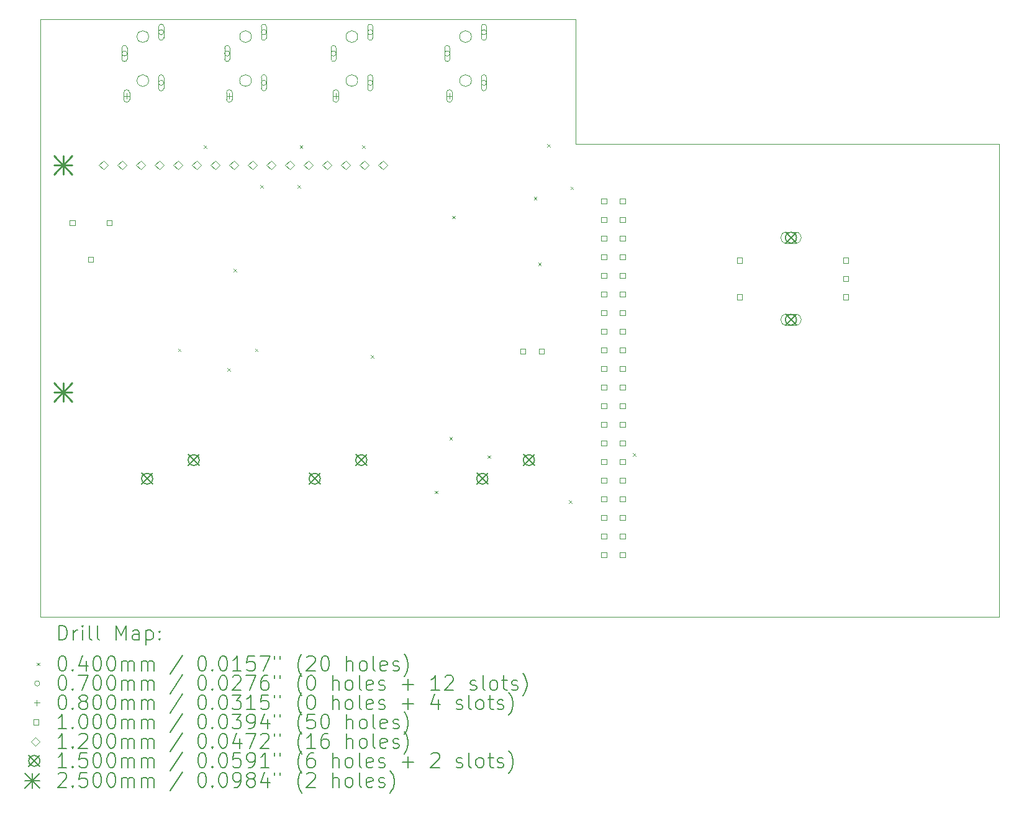
<source format=gbr>
%TF.GenerationSoftware,KiCad,Pcbnew,8.0.1*%
%TF.CreationDate,2025-03-27T22:51:32-07:00*%
%TF.ProjectId,minidexed,6d696e69-6465-4786-9564-2e6b69636164,rev?*%
%TF.SameCoordinates,Original*%
%TF.FileFunction,Drillmap*%
%TF.FilePolarity,Positive*%
%FSLAX45Y45*%
G04 Gerber Fmt 4.5, Leading zero omitted, Abs format (unit mm)*
G04 Created by KiCad (PCBNEW 8.0.1) date 2025-03-27 22:51:32*
%MOMM*%
%LPD*%
G01*
G04 APERTURE LIST*
%ADD10C,0.100000*%
%ADD11C,0.120000*%
%ADD12C,0.200000*%
%ADD13C,0.150000*%
%ADD14C,0.250000*%
G04 APERTURE END LIST*
D10*
X22525000Y-7600000D02*
X22525000Y-14050000D01*
X9450000Y-14050000D02*
X9450000Y-5900000D01*
X16750000Y-7600000D02*
X22525000Y-7600000D01*
X22525000Y-14050000D02*
X9450000Y-14050000D01*
X9450000Y-5900000D02*
X16750000Y-5900000D01*
X16750000Y-5900000D02*
X16750000Y-7600000D01*
D11*
X10930000Y-6735000D02*
G75*
G02*
X10770000Y-6735000I-80000J0D01*
G01*
X10770000Y-6735000D02*
G75*
G02*
X10930000Y-6735000I80000J0D01*
G01*
X10930000Y-6135000D02*
G75*
G02*
X10770000Y-6135000I-80000J0D01*
G01*
X10770000Y-6135000D02*
G75*
G02*
X10930000Y-6135000I80000J0D01*
G01*
X12330000Y-6735000D02*
G75*
G02*
X12170000Y-6735000I-80000J0D01*
G01*
X12170000Y-6735000D02*
G75*
G02*
X12330000Y-6735000I80000J0D01*
G01*
X12330000Y-6135000D02*
G75*
G02*
X12170000Y-6135000I-80000J0D01*
G01*
X12170000Y-6135000D02*
G75*
G02*
X12330000Y-6135000I80000J0D01*
G01*
X13780000Y-6735000D02*
G75*
G02*
X13620000Y-6735000I-80000J0D01*
G01*
X13620000Y-6735000D02*
G75*
G02*
X13780000Y-6735000I80000J0D01*
G01*
X13780000Y-6135000D02*
G75*
G02*
X13620000Y-6135000I-80000J0D01*
G01*
X13620000Y-6135000D02*
G75*
G02*
X13780000Y-6135000I80000J0D01*
G01*
X15330000Y-6135000D02*
G75*
G02*
X15170000Y-6135000I-80000J0D01*
G01*
X15170000Y-6135000D02*
G75*
G02*
X15330000Y-6135000I80000J0D01*
G01*
X15330000Y-6735000D02*
G75*
G02*
X15170000Y-6735000I-80000J0D01*
G01*
X15170000Y-6735000D02*
G75*
G02*
X15330000Y-6735000I80000J0D01*
G01*
D12*
D10*
X11330000Y-10390000D02*
X11370000Y-10430000D01*
X11370000Y-10390000D02*
X11330000Y-10430000D01*
X11680000Y-7620000D02*
X11720000Y-7660000D01*
X11720000Y-7620000D02*
X11680000Y-7660000D01*
X12000000Y-10660000D02*
X12040000Y-10700000D01*
X12040000Y-10660000D02*
X12000000Y-10700000D01*
X12090000Y-9300000D02*
X12130000Y-9340000D01*
X12130000Y-9300000D02*
X12090000Y-9340000D01*
X12380000Y-10390000D02*
X12420000Y-10430000D01*
X12420000Y-10390000D02*
X12380000Y-10430000D01*
X12450000Y-8160000D02*
X12490000Y-8200000D01*
X12490000Y-8160000D02*
X12450000Y-8200000D01*
X12960000Y-8160000D02*
X13000000Y-8200000D01*
X13000000Y-8160000D02*
X12960000Y-8200000D01*
X12990000Y-7620000D02*
X13030000Y-7660000D01*
X13030000Y-7620000D02*
X12990000Y-7660000D01*
X13840000Y-7620000D02*
X13880000Y-7660000D01*
X13880000Y-7620000D02*
X13840000Y-7660000D01*
X13960000Y-10480000D02*
X14000000Y-10520000D01*
X14000000Y-10480000D02*
X13960000Y-10520000D01*
X14830000Y-12330000D02*
X14870000Y-12370000D01*
X14870000Y-12330000D02*
X14830000Y-12370000D01*
X15030000Y-11600000D02*
X15070000Y-11640000D01*
X15070000Y-11600000D02*
X15030000Y-11640000D01*
X15070000Y-8580000D02*
X15110000Y-8620000D01*
X15110000Y-8580000D02*
X15070000Y-8620000D01*
X15550000Y-11847350D02*
X15590000Y-11887350D01*
X15590000Y-11847350D02*
X15550000Y-11887350D01*
X16180000Y-8320000D02*
X16220000Y-8360000D01*
X16220000Y-8320000D02*
X16180000Y-8360000D01*
X16240000Y-9220000D02*
X16280000Y-9260000D01*
X16280000Y-9220000D02*
X16240000Y-9260000D01*
X16360000Y-7600000D02*
X16400000Y-7640000D01*
X16400000Y-7600000D02*
X16360000Y-7640000D01*
X16660000Y-12460000D02*
X16700000Y-12500000D01*
X16700000Y-12460000D02*
X16660000Y-12500000D01*
X16680000Y-8180000D02*
X16720000Y-8220000D01*
X16720000Y-8180000D02*
X16680000Y-8220000D01*
X17530000Y-11820000D02*
X17570000Y-11860000D01*
X17570000Y-11820000D02*
X17530000Y-11860000D01*
X10635000Y-6365000D02*
G75*
G02*
X10565000Y-6365000I-35000J0D01*
G01*
X10565000Y-6365000D02*
G75*
G02*
X10635000Y-6365000I35000J0D01*
G01*
X10565000Y-6290000D02*
X10565000Y-6440000D01*
X10635000Y-6440000D02*
G75*
G02*
X10565000Y-6440000I-35000J0D01*
G01*
X10635000Y-6440000D02*
X10635000Y-6290000D01*
X10635000Y-6290000D02*
G75*
G03*
X10565000Y-6290000I-35000J0D01*
G01*
X11135000Y-6075000D02*
G75*
G02*
X11065000Y-6075000I-35000J0D01*
G01*
X11065000Y-6075000D02*
G75*
G02*
X11135000Y-6075000I35000J0D01*
G01*
X11065000Y-6000000D02*
X11065000Y-6150000D01*
X11135000Y-6150000D02*
G75*
G02*
X11065000Y-6150000I-35000J0D01*
G01*
X11135000Y-6150000D02*
X11135000Y-6000000D01*
X11135000Y-6000000D02*
G75*
G03*
X11065000Y-6000000I-35000J0D01*
G01*
X11135000Y-6765000D02*
G75*
G02*
X11065000Y-6765000I-35000J0D01*
G01*
X11065000Y-6765000D02*
G75*
G02*
X11135000Y-6765000I35000J0D01*
G01*
X11065000Y-6690000D02*
X11065000Y-6840000D01*
X11135000Y-6840000D02*
G75*
G02*
X11065000Y-6840000I-35000J0D01*
G01*
X11135000Y-6840000D02*
X11135000Y-6690000D01*
X11135000Y-6690000D02*
G75*
G03*
X11065000Y-6690000I-35000J0D01*
G01*
X12035000Y-6365000D02*
G75*
G02*
X11965000Y-6365000I-35000J0D01*
G01*
X11965000Y-6365000D02*
G75*
G02*
X12035000Y-6365000I35000J0D01*
G01*
X11965000Y-6290000D02*
X11965000Y-6440000D01*
X12035000Y-6440000D02*
G75*
G02*
X11965000Y-6440000I-35000J0D01*
G01*
X12035000Y-6440000D02*
X12035000Y-6290000D01*
X12035000Y-6290000D02*
G75*
G03*
X11965000Y-6290000I-35000J0D01*
G01*
X12535000Y-6075000D02*
G75*
G02*
X12465000Y-6075000I-35000J0D01*
G01*
X12465000Y-6075000D02*
G75*
G02*
X12535000Y-6075000I35000J0D01*
G01*
X12465000Y-6000000D02*
X12465000Y-6150000D01*
X12535000Y-6150000D02*
G75*
G02*
X12465000Y-6150000I-35000J0D01*
G01*
X12535000Y-6150000D02*
X12535000Y-6000000D01*
X12535000Y-6000000D02*
G75*
G03*
X12465000Y-6000000I-35000J0D01*
G01*
X12535000Y-6765000D02*
G75*
G02*
X12465000Y-6765000I-35000J0D01*
G01*
X12465000Y-6765000D02*
G75*
G02*
X12535000Y-6765000I35000J0D01*
G01*
X12465000Y-6690000D02*
X12465000Y-6840000D01*
X12535000Y-6840000D02*
G75*
G02*
X12465000Y-6840000I-35000J0D01*
G01*
X12535000Y-6840000D02*
X12535000Y-6690000D01*
X12535000Y-6690000D02*
G75*
G03*
X12465000Y-6690000I-35000J0D01*
G01*
X13485000Y-6365000D02*
G75*
G02*
X13415000Y-6365000I-35000J0D01*
G01*
X13415000Y-6365000D02*
G75*
G02*
X13485000Y-6365000I35000J0D01*
G01*
X13415000Y-6290000D02*
X13415000Y-6440000D01*
X13485000Y-6440000D02*
G75*
G02*
X13415000Y-6440000I-35000J0D01*
G01*
X13485000Y-6440000D02*
X13485000Y-6290000D01*
X13485000Y-6290000D02*
G75*
G03*
X13415000Y-6290000I-35000J0D01*
G01*
X13985000Y-6075000D02*
G75*
G02*
X13915000Y-6075000I-35000J0D01*
G01*
X13915000Y-6075000D02*
G75*
G02*
X13985000Y-6075000I35000J0D01*
G01*
X13915000Y-6000000D02*
X13915000Y-6150000D01*
X13985000Y-6150000D02*
G75*
G02*
X13915000Y-6150000I-35000J0D01*
G01*
X13985000Y-6150000D02*
X13985000Y-6000000D01*
X13985000Y-6000000D02*
G75*
G03*
X13915000Y-6000000I-35000J0D01*
G01*
X13985000Y-6765000D02*
G75*
G02*
X13915000Y-6765000I-35000J0D01*
G01*
X13915000Y-6765000D02*
G75*
G02*
X13985000Y-6765000I35000J0D01*
G01*
X13915000Y-6690000D02*
X13915000Y-6840000D01*
X13985000Y-6840000D02*
G75*
G02*
X13915000Y-6840000I-35000J0D01*
G01*
X13985000Y-6840000D02*
X13985000Y-6690000D01*
X13985000Y-6690000D02*
G75*
G03*
X13915000Y-6690000I-35000J0D01*
G01*
X15035000Y-6365000D02*
G75*
G02*
X14965000Y-6365000I-35000J0D01*
G01*
X14965000Y-6365000D02*
G75*
G02*
X15035000Y-6365000I35000J0D01*
G01*
X14965000Y-6290000D02*
X14965000Y-6440000D01*
X15035000Y-6440000D02*
G75*
G02*
X14965000Y-6440000I-35000J0D01*
G01*
X15035000Y-6440000D02*
X15035000Y-6290000D01*
X15035000Y-6290000D02*
G75*
G03*
X14965000Y-6290000I-35000J0D01*
G01*
X15535000Y-6075000D02*
G75*
G02*
X15465000Y-6075000I-35000J0D01*
G01*
X15465000Y-6075000D02*
G75*
G02*
X15535000Y-6075000I35000J0D01*
G01*
X15465000Y-6000000D02*
X15465000Y-6150000D01*
X15535000Y-6150000D02*
G75*
G02*
X15465000Y-6150000I-35000J0D01*
G01*
X15535000Y-6150000D02*
X15535000Y-6000000D01*
X15535000Y-6000000D02*
G75*
G03*
X15465000Y-6000000I-35000J0D01*
G01*
X15535000Y-6765000D02*
G75*
G02*
X15465000Y-6765000I-35000J0D01*
G01*
X15465000Y-6765000D02*
G75*
G02*
X15535000Y-6765000I35000J0D01*
G01*
X15465000Y-6690000D02*
X15465000Y-6840000D01*
X15535000Y-6840000D02*
G75*
G02*
X15465000Y-6840000I-35000J0D01*
G01*
X15535000Y-6840000D02*
X15535000Y-6690000D01*
X15535000Y-6690000D02*
G75*
G03*
X15465000Y-6690000I-35000J0D01*
G01*
X10630000Y-6905000D02*
X10630000Y-6985000D01*
X10590000Y-6945000D02*
X10670000Y-6945000D01*
X10590000Y-6900000D02*
X10590000Y-6990000D01*
X10670000Y-6990000D02*
G75*
G02*
X10590000Y-6990000I-40000J0D01*
G01*
X10670000Y-6990000D02*
X10670000Y-6900000D01*
X10670000Y-6900000D02*
G75*
G03*
X10590000Y-6900000I-40000J0D01*
G01*
X12030000Y-6905000D02*
X12030000Y-6985000D01*
X11990000Y-6945000D02*
X12070000Y-6945000D01*
X11990000Y-6900000D02*
X11990000Y-6990000D01*
X12070000Y-6990000D02*
G75*
G02*
X11990000Y-6990000I-40000J0D01*
G01*
X12070000Y-6990000D02*
X12070000Y-6900000D01*
X12070000Y-6900000D02*
G75*
G03*
X11990000Y-6900000I-40000J0D01*
G01*
X13480000Y-6905000D02*
X13480000Y-6985000D01*
X13440000Y-6945000D02*
X13520000Y-6945000D01*
X13440000Y-6900000D02*
X13440000Y-6990000D01*
X13520000Y-6990000D02*
G75*
G02*
X13440000Y-6990000I-40000J0D01*
G01*
X13520000Y-6990000D02*
X13520000Y-6900000D01*
X13520000Y-6900000D02*
G75*
G03*
X13440000Y-6900000I-40000J0D01*
G01*
X15030000Y-6905000D02*
X15030000Y-6985000D01*
X14990000Y-6945000D02*
X15070000Y-6945000D01*
X14990000Y-6900000D02*
X14990000Y-6990000D01*
X15070000Y-6990000D02*
G75*
G02*
X14990000Y-6990000I-40000J0D01*
G01*
X15070000Y-6990000D02*
X15070000Y-6900000D01*
X15070000Y-6900000D02*
G75*
G03*
X14990000Y-6900000I-40000J0D01*
G01*
X9925356Y-8711356D02*
X9925356Y-8640644D01*
X9854644Y-8640644D01*
X9854644Y-8711356D01*
X9925356Y-8711356D01*
X10175356Y-9211356D02*
X10175356Y-9140644D01*
X10104644Y-9140644D01*
X10104644Y-9211356D01*
X10175356Y-9211356D01*
X10425356Y-8711356D02*
X10425356Y-8640644D01*
X10354644Y-8640644D01*
X10354644Y-8711356D01*
X10425356Y-8711356D01*
X16067856Y-10465356D02*
X16067856Y-10394644D01*
X15997144Y-10394644D01*
X15997144Y-10465356D01*
X16067856Y-10465356D01*
X16321856Y-10465356D02*
X16321856Y-10394644D01*
X16251144Y-10394644D01*
X16251144Y-10465356D01*
X16321856Y-10465356D01*
X17173196Y-8413596D02*
X17173196Y-8342884D01*
X17102484Y-8342884D01*
X17102484Y-8413596D01*
X17173196Y-8413596D01*
X17173196Y-8667596D02*
X17173196Y-8596884D01*
X17102484Y-8596884D01*
X17102484Y-8667596D01*
X17173196Y-8667596D01*
X17173196Y-8921596D02*
X17173196Y-8850884D01*
X17102484Y-8850884D01*
X17102484Y-8921596D01*
X17173196Y-8921596D01*
X17173196Y-9175596D02*
X17173196Y-9104884D01*
X17102484Y-9104884D01*
X17102484Y-9175596D01*
X17173196Y-9175596D01*
X17173196Y-9429596D02*
X17173196Y-9358884D01*
X17102484Y-9358884D01*
X17102484Y-9429596D01*
X17173196Y-9429596D01*
X17173196Y-9683596D02*
X17173196Y-9612884D01*
X17102484Y-9612884D01*
X17102484Y-9683596D01*
X17173196Y-9683596D01*
X17173196Y-9937596D02*
X17173196Y-9866884D01*
X17102484Y-9866884D01*
X17102484Y-9937596D01*
X17173196Y-9937596D01*
X17173196Y-10191596D02*
X17173196Y-10120884D01*
X17102484Y-10120884D01*
X17102484Y-10191596D01*
X17173196Y-10191596D01*
X17173196Y-10445596D02*
X17173196Y-10374884D01*
X17102484Y-10374884D01*
X17102484Y-10445596D01*
X17173196Y-10445596D01*
X17173196Y-10699596D02*
X17173196Y-10628884D01*
X17102484Y-10628884D01*
X17102484Y-10699596D01*
X17173196Y-10699596D01*
X17173196Y-10953596D02*
X17173196Y-10882884D01*
X17102484Y-10882884D01*
X17102484Y-10953596D01*
X17173196Y-10953596D01*
X17173196Y-11207596D02*
X17173196Y-11136884D01*
X17102484Y-11136884D01*
X17102484Y-11207596D01*
X17173196Y-11207596D01*
X17173196Y-11461596D02*
X17173196Y-11390884D01*
X17102484Y-11390884D01*
X17102484Y-11461596D01*
X17173196Y-11461596D01*
X17173196Y-11715596D02*
X17173196Y-11644884D01*
X17102484Y-11644884D01*
X17102484Y-11715596D01*
X17173196Y-11715596D01*
X17173196Y-11969596D02*
X17173196Y-11898884D01*
X17102484Y-11898884D01*
X17102484Y-11969596D01*
X17173196Y-11969596D01*
X17173196Y-12223596D02*
X17173196Y-12152884D01*
X17102484Y-12152884D01*
X17102484Y-12223596D01*
X17173196Y-12223596D01*
X17173196Y-12477596D02*
X17173196Y-12406884D01*
X17102484Y-12406884D01*
X17102484Y-12477596D01*
X17173196Y-12477596D01*
X17173196Y-12731596D02*
X17173196Y-12660884D01*
X17102484Y-12660884D01*
X17102484Y-12731596D01*
X17173196Y-12731596D01*
X17173196Y-12985596D02*
X17173196Y-12914884D01*
X17102484Y-12914884D01*
X17102484Y-12985596D01*
X17173196Y-12985596D01*
X17173196Y-13239596D02*
X17173196Y-13168884D01*
X17102484Y-13168884D01*
X17102484Y-13239596D01*
X17173196Y-13239596D01*
X17427196Y-8413596D02*
X17427196Y-8342884D01*
X17356484Y-8342884D01*
X17356484Y-8413596D01*
X17427196Y-8413596D01*
X17427196Y-8667596D02*
X17427196Y-8596884D01*
X17356484Y-8596884D01*
X17356484Y-8667596D01*
X17427196Y-8667596D01*
X17427196Y-8921596D02*
X17427196Y-8850884D01*
X17356484Y-8850884D01*
X17356484Y-8921596D01*
X17427196Y-8921596D01*
X17427196Y-9175596D02*
X17427196Y-9104884D01*
X17356484Y-9104884D01*
X17356484Y-9175596D01*
X17427196Y-9175596D01*
X17427196Y-9429596D02*
X17427196Y-9358884D01*
X17356484Y-9358884D01*
X17356484Y-9429596D01*
X17427196Y-9429596D01*
X17427196Y-9683596D02*
X17427196Y-9612884D01*
X17356484Y-9612884D01*
X17356484Y-9683596D01*
X17427196Y-9683596D01*
X17427196Y-9937596D02*
X17427196Y-9866884D01*
X17356484Y-9866884D01*
X17356484Y-9937596D01*
X17427196Y-9937596D01*
X17427196Y-10191596D02*
X17427196Y-10120884D01*
X17356484Y-10120884D01*
X17356484Y-10191596D01*
X17427196Y-10191596D01*
X17427196Y-10445596D02*
X17427196Y-10374884D01*
X17356484Y-10374884D01*
X17356484Y-10445596D01*
X17427196Y-10445596D01*
X17427196Y-10699596D02*
X17427196Y-10628884D01*
X17356484Y-10628884D01*
X17356484Y-10699596D01*
X17427196Y-10699596D01*
X17427196Y-10953596D02*
X17427196Y-10882884D01*
X17356484Y-10882884D01*
X17356484Y-10953596D01*
X17427196Y-10953596D01*
X17427196Y-11207596D02*
X17427196Y-11136884D01*
X17356484Y-11136884D01*
X17356484Y-11207596D01*
X17427196Y-11207596D01*
X17427196Y-11461596D02*
X17427196Y-11390884D01*
X17356484Y-11390884D01*
X17356484Y-11461596D01*
X17427196Y-11461596D01*
X17427196Y-11715596D02*
X17427196Y-11644884D01*
X17356484Y-11644884D01*
X17356484Y-11715596D01*
X17427196Y-11715596D01*
X17427196Y-11969596D02*
X17427196Y-11898884D01*
X17356484Y-11898884D01*
X17356484Y-11969596D01*
X17427196Y-11969596D01*
X17427196Y-12223596D02*
X17427196Y-12152884D01*
X17356484Y-12152884D01*
X17356484Y-12223596D01*
X17427196Y-12223596D01*
X17427196Y-12477596D02*
X17427196Y-12406884D01*
X17356484Y-12406884D01*
X17356484Y-12477596D01*
X17427196Y-12477596D01*
X17427196Y-12731596D02*
X17427196Y-12660884D01*
X17356484Y-12660884D01*
X17356484Y-12731596D01*
X17427196Y-12731596D01*
X17427196Y-12985596D02*
X17427196Y-12914884D01*
X17356484Y-12914884D01*
X17356484Y-12985596D01*
X17427196Y-12985596D01*
X17427196Y-13239596D02*
X17427196Y-13168884D01*
X17356484Y-13168884D01*
X17356484Y-13239596D01*
X17427196Y-13239596D01*
X19022196Y-9223006D02*
X19022196Y-9152294D01*
X18951484Y-9152294D01*
X18951484Y-9223006D01*
X19022196Y-9223006D01*
X19022196Y-9723006D02*
X19022196Y-9652294D01*
X18951484Y-9652294D01*
X18951484Y-9723006D01*
X19022196Y-9723006D01*
X20472196Y-9223006D02*
X20472196Y-9152294D01*
X20401484Y-9152294D01*
X20401484Y-9223006D01*
X20472196Y-9223006D01*
X20472196Y-9473006D02*
X20472196Y-9402294D01*
X20401484Y-9402294D01*
X20401484Y-9473006D01*
X20472196Y-9473006D01*
X20472196Y-9723006D02*
X20472196Y-9652294D01*
X20401484Y-9652294D01*
X20401484Y-9723006D01*
X20472196Y-9723006D01*
D11*
X10312800Y-7947650D02*
X10372800Y-7887650D01*
X10312800Y-7827650D01*
X10252800Y-7887650D01*
X10312800Y-7947650D01*
X10566800Y-7947650D02*
X10626800Y-7887650D01*
X10566800Y-7827650D01*
X10506800Y-7887650D01*
X10566800Y-7947650D01*
X10820800Y-7947650D02*
X10880800Y-7887650D01*
X10820800Y-7827650D01*
X10760800Y-7887650D01*
X10820800Y-7947650D01*
X11074800Y-7947650D02*
X11134800Y-7887650D01*
X11074800Y-7827650D01*
X11014800Y-7887650D01*
X11074800Y-7947650D01*
X11328800Y-7947650D02*
X11388800Y-7887650D01*
X11328800Y-7827650D01*
X11268800Y-7887650D01*
X11328800Y-7947650D01*
X11582800Y-7947650D02*
X11642800Y-7887650D01*
X11582800Y-7827650D01*
X11522800Y-7887650D01*
X11582800Y-7947650D01*
X11836800Y-7947650D02*
X11896800Y-7887650D01*
X11836800Y-7827650D01*
X11776800Y-7887650D01*
X11836800Y-7947650D01*
X12090800Y-7947650D02*
X12150800Y-7887650D01*
X12090800Y-7827650D01*
X12030800Y-7887650D01*
X12090800Y-7947650D01*
X12344800Y-7947650D02*
X12404800Y-7887650D01*
X12344800Y-7827650D01*
X12284800Y-7887650D01*
X12344800Y-7947650D01*
X12598800Y-7947650D02*
X12658800Y-7887650D01*
X12598800Y-7827650D01*
X12538800Y-7887650D01*
X12598800Y-7947650D01*
X12852800Y-7947650D02*
X12912800Y-7887650D01*
X12852800Y-7827650D01*
X12792800Y-7887650D01*
X12852800Y-7947650D01*
X13106800Y-7947650D02*
X13166800Y-7887650D01*
X13106800Y-7827650D01*
X13046800Y-7887650D01*
X13106800Y-7947650D01*
X13360800Y-7947650D02*
X13420800Y-7887650D01*
X13360800Y-7827650D01*
X13300800Y-7887650D01*
X13360800Y-7947650D01*
X13614800Y-7947650D02*
X13674800Y-7887650D01*
X13614800Y-7827650D01*
X13554800Y-7887650D01*
X13614800Y-7947650D01*
X13868800Y-7947650D02*
X13928800Y-7887650D01*
X13868800Y-7827650D01*
X13808800Y-7887650D01*
X13868800Y-7947650D01*
X14122800Y-7947650D02*
X14182800Y-7887650D01*
X14122800Y-7827650D01*
X14062800Y-7887650D01*
X14122800Y-7947650D01*
D13*
X10834000Y-12091000D02*
X10984000Y-12241000D01*
X10984000Y-12091000D02*
X10834000Y-12241000D01*
X10984000Y-12166000D02*
G75*
G02*
X10834000Y-12166000I-75000J0D01*
G01*
X10834000Y-12166000D02*
G75*
G02*
X10984000Y-12166000I75000J0D01*
G01*
X11469000Y-11837000D02*
X11619000Y-11987000D01*
X11619000Y-11837000D02*
X11469000Y-11987000D01*
X11619000Y-11912000D02*
G75*
G02*
X11469000Y-11912000I-75000J0D01*
G01*
X11469000Y-11912000D02*
G75*
G02*
X11619000Y-11912000I75000J0D01*
G01*
X13119000Y-12091000D02*
X13269000Y-12241000D01*
X13269000Y-12091000D02*
X13119000Y-12241000D01*
X13269000Y-12166000D02*
G75*
G02*
X13119000Y-12166000I-75000J0D01*
G01*
X13119000Y-12166000D02*
G75*
G02*
X13269000Y-12166000I75000J0D01*
G01*
X13754000Y-11837000D02*
X13904000Y-11987000D01*
X13904000Y-11837000D02*
X13754000Y-11987000D01*
X13904000Y-11912000D02*
G75*
G02*
X13754000Y-11912000I-75000J0D01*
G01*
X13754000Y-11912000D02*
G75*
G02*
X13904000Y-11912000I75000J0D01*
G01*
X15404000Y-12091000D02*
X15554000Y-12241000D01*
X15554000Y-12091000D02*
X15404000Y-12241000D01*
X15554000Y-12166000D02*
G75*
G02*
X15404000Y-12166000I-75000J0D01*
G01*
X15404000Y-12166000D02*
G75*
G02*
X15554000Y-12166000I75000J0D01*
G01*
X16039000Y-11837000D02*
X16189000Y-11987000D01*
X16189000Y-11837000D02*
X16039000Y-11987000D01*
X16189000Y-11912000D02*
G75*
G02*
X16039000Y-11912000I-75000J0D01*
G01*
X16039000Y-11912000D02*
G75*
G02*
X16189000Y-11912000I75000J0D01*
G01*
X19611840Y-8802650D02*
X19761840Y-8952650D01*
X19761840Y-8802650D02*
X19611840Y-8952650D01*
X19761840Y-8877650D02*
G75*
G02*
X19611840Y-8877650I-75000J0D01*
G01*
X19611840Y-8877650D02*
G75*
G02*
X19761840Y-8877650I75000J0D01*
G01*
D10*
X19751840Y-8802650D02*
X19621840Y-8802650D01*
X19621840Y-8952650D02*
G75*
G02*
X19621840Y-8802650I0J75000D01*
G01*
X19621840Y-8952650D02*
X19751840Y-8952650D01*
X19751840Y-8952650D02*
G75*
G03*
X19751840Y-8802650I0J75000D01*
G01*
D13*
X19611840Y-9922650D02*
X19761840Y-10072650D01*
X19761840Y-9922650D02*
X19611840Y-10072650D01*
X19761840Y-9997650D02*
G75*
G02*
X19611840Y-9997650I-75000J0D01*
G01*
X19611840Y-9997650D02*
G75*
G02*
X19761840Y-9997650I75000J0D01*
G01*
D10*
X19751840Y-9922650D02*
X19621840Y-9922650D01*
X19621840Y-10072650D02*
G75*
G02*
X19621840Y-9922650I0J75000D01*
G01*
X19621840Y-10072650D02*
X19751840Y-10072650D01*
X19751840Y-10072650D02*
G75*
G03*
X19751840Y-9922650I0J75000D01*
G01*
D14*
X9637890Y-7762650D02*
X9887890Y-8012650D01*
X9887890Y-7762650D02*
X9637890Y-8012650D01*
X9762890Y-7762650D02*
X9762890Y-8012650D01*
X9637890Y-7887650D02*
X9887890Y-7887650D01*
X9637890Y-10862720D02*
X9887890Y-11112720D01*
X9887890Y-10862720D02*
X9637890Y-11112720D01*
X9762890Y-10862720D02*
X9762890Y-11112720D01*
X9637890Y-10987720D02*
X9887890Y-10987720D01*
D12*
X9705777Y-14366484D02*
X9705777Y-14166484D01*
X9705777Y-14166484D02*
X9753396Y-14166484D01*
X9753396Y-14166484D02*
X9781967Y-14176008D01*
X9781967Y-14176008D02*
X9801015Y-14195055D01*
X9801015Y-14195055D02*
X9810539Y-14214103D01*
X9810539Y-14214103D02*
X9820063Y-14252198D01*
X9820063Y-14252198D02*
X9820063Y-14280769D01*
X9820063Y-14280769D02*
X9810539Y-14318865D01*
X9810539Y-14318865D02*
X9801015Y-14337912D01*
X9801015Y-14337912D02*
X9781967Y-14356960D01*
X9781967Y-14356960D02*
X9753396Y-14366484D01*
X9753396Y-14366484D02*
X9705777Y-14366484D01*
X9905777Y-14366484D02*
X9905777Y-14233150D01*
X9905777Y-14271246D02*
X9915301Y-14252198D01*
X9915301Y-14252198D02*
X9924824Y-14242674D01*
X9924824Y-14242674D02*
X9943872Y-14233150D01*
X9943872Y-14233150D02*
X9962920Y-14233150D01*
X10029586Y-14366484D02*
X10029586Y-14233150D01*
X10029586Y-14166484D02*
X10020063Y-14176008D01*
X10020063Y-14176008D02*
X10029586Y-14185531D01*
X10029586Y-14185531D02*
X10039110Y-14176008D01*
X10039110Y-14176008D02*
X10029586Y-14166484D01*
X10029586Y-14166484D02*
X10029586Y-14185531D01*
X10153396Y-14366484D02*
X10134348Y-14356960D01*
X10134348Y-14356960D02*
X10124824Y-14337912D01*
X10124824Y-14337912D02*
X10124824Y-14166484D01*
X10258158Y-14366484D02*
X10239110Y-14356960D01*
X10239110Y-14356960D02*
X10229586Y-14337912D01*
X10229586Y-14337912D02*
X10229586Y-14166484D01*
X10486729Y-14366484D02*
X10486729Y-14166484D01*
X10486729Y-14166484D02*
X10553396Y-14309341D01*
X10553396Y-14309341D02*
X10620063Y-14166484D01*
X10620063Y-14166484D02*
X10620063Y-14366484D01*
X10801015Y-14366484D02*
X10801015Y-14261722D01*
X10801015Y-14261722D02*
X10791491Y-14242674D01*
X10791491Y-14242674D02*
X10772444Y-14233150D01*
X10772444Y-14233150D02*
X10734348Y-14233150D01*
X10734348Y-14233150D02*
X10715301Y-14242674D01*
X10801015Y-14356960D02*
X10781967Y-14366484D01*
X10781967Y-14366484D02*
X10734348Y-14366484D01*
X10734348Y-14366484D02*
X10715301Y-14356960D01*
X10715301Y-14356960D02*
X10705777Y-14337912D01*
X10705777Y-14337912D02*
X10705777Y-14318865D01*
X10705777Y-14318865D02*
X10715301Y-14299817D01*
X10715301Y-14299817D02*
X10734348Y-14290293D01*
X10734348Y-14290293D02*
X10781967Y-14290293D01*
X10781967Y-14290293D02*
X10801015Y-14280769D01*
X10896253Y-14233150D02*
X10896253Y-14433150D01*
X10896253Y-14242674D02*
X10915301Y-14233150D01*
X10915301Y-14233150D02*
X10953396Y-14233150D01*
X10953396Y-14233150D02*
X10972444Y-14242674D01*
X10972444Y-14242674D02*
X10981967Y-14252198D01*
X10981967Y-14252198D02*
X10991491Y-14271246D01*
X10991491Y-14271246D02*
X10991491Y-14328388D01*
X10991491Y-14328388D02*
X10981967Y-14347436D01*
X10981967Y-14347436D02*
X10972444Y-14356960D01*
X10972444Y-14356960D02*
X10953396Y-14366484D01*
X10953396Y-14366484D02*
X10915301Y-14366484D01*
X10915301Y-14366484D02*
X10896253Y-14356960D01*
X11077205Y-14347436D02*
X11086729Y-14356960D01*
X11086729Y-14356960D02*
X11077205Y-14366484D01*
X11077205Y-14366484D02*
X11067682Y-14356960D01*
X11067682Y-14356960D02*
X11077205Y-14347436D01*
X11077205Y-14347436D02*
X11077205Y-14366484D01*
X11077205Y-14242674D02*
X11086729Y-14252198D01*
X11086729Y-14252198D02*
X11077205Y-14261722D01*
X11077205Y-14261722D02*
X11067682Y-14252198D01*
X11067682Y-14252198D02*
X11077205Y-14242674D01*
X11077205Y-14242674D02*
X11077205Y-14261722D01*
D10*
X9405000Y-14675000D02*
X9445000Y-14715000D01*
X9445000Y-14675000D02*
X9405000Y-14715000D01*
D12*
X9743872Y-14586484D02*
X9762920Y-14586484D01*
X9762920Y-14586484D02*
X9781967Y-14596008D01*
X9781967Y-14596008D02*
X9791491Y-14605531D01*
X9791491Y-14605531D02*
X9801015Y-14624579D01*
X9801015Y-14624579D02*
X9810539Y-14662674D01*
X9810539Y-14662674D02*
X9810539Y-14710293D01*
X9810539Y-14710293D02*
X9801015Y-14748388D01*
X9801015Y-14748388D02*
X9791491Y-14767436D01*
X9791491Y-14767436D02*
X9781967Y-14776960D01*
X9781967Y-14776960D02*
X9762920Y-14786484D01*
X9762920Y-14786484D02*
X9743872Y-14786484D01*
X9743872Y-14786484D02*
X9724824Y-14776960D01*
X9724824Y-14776960D02*
X9715301Y-14767436D01*
X9715301Y-14767436D02*
X9705777Y-14748388D01*
X9705777Y-14748388D02*
X9696253Y-14710293D01*
X9696253Y-14710293D02*
X9696253Y-14662674D01*
X9696253Y-14662674D02*
X9705777Y-14624579D01*
X9705777Y-14624579D02*
X9715301Y-14605531D01*
X9715301Y-14605531D02*
X9724824Y-14596008D01*
X9724824Y-14596008D02*
X9743872Y-14586484D01*
X9896253Y-14767436D02*
X9905777Y-14776960D01*
X9905777Y-14776960D02*
X9896253Y-14786484D01*
X9896253Y-14786484D02*
X9886729Y-14776960D01*
X9886729Y-14776960D02*
X9896253Y-14767436D01*
X9896253Y-14767436D02*
X9896253Y-14786484D01*
X10077205Y-14653150D02*
X10077205Y-14786484D01*
X10029586Y-14576960D02*
X9981967Y-14719817D01*
X9981967Y-14719817D02*
X10105777Y-14719817D01*
X10220063Y-14586484D02*
X10239110Y-14586484D01*
X10239110Y-14586484D02*
X10258158Y-14596008D01*
X10258158Y-14596008D02*
X10267682Y-14605531D01*
X10267682Y-14605531D02*
X10277205Y-14624579D01*
X10277205Y-14624579D02*
X10286729Y-14662674D01*
X10286729Y-14662674D02*
X10286729Y-14710293D01*
X10286729Y-14710293D02*
X10277205Y-14748388D01*
X10277205Y-14748388D02*
X10267682Y-14767436D01*
X10267682Y-14767436D02*
X10258158Y-14776960D01*
X10258158Y-14776960D02*
X10239110Y-14786484D01*
X10239110Y-14786484D02*
X10220063Y-14786484D01*
X10220063Y-14786484D02*
X10201015Y-14776960D01*
X10201015Y-14776960D02*
X10191491Y-14767436D01*
X10191491Y-14767436D02*
X10181967Y-14748388D01*
X10181967Y-14748388D02*
X10172444Y-14710293D01*
X10172444Y-14710293D02*
X10172444Y-14662674D01*
X10172444Y-14662674D02*
X10181967Y-14624579D01*
X10181967Y-14624579D02*
X10191491Y-14605531D01*
X10191491Y-14605531D02*
X10201015Y-14596008D01*
X10201015Y-14596008D02*
X10220063Y-14586484D01*
X10410539Y-14586484D02*
X10429586Y-14586484D01*
X10429586Y-14586484D02*
X10448634Y-14596008D01*
X10448634Y-14596008D02*
X10458158Y-14605531D01*
X10458158Y-14605531D02*
X10467682Y-14624579D01*
X10467682Y-14624579D02*
X10477205Y-14662674D01*
X10477205Y-14662674D02*
X10477205Y-14710293D01*
X10477205Y-14710293D02*
X10467682Y-14748388D01*
X10467682Y-14748388D02*
X10458158Y-14767436D01*
X10458158Y-14767436D02*
X10448634Y-14776960D01*
X10448634Y-14776960D02*
X10429586Y-14786484D01*
X10429586Y-14786484D02*
X10410539Y-14786484D01*
X10410539Y-14786484D02*
X10391491Y-14776960D01*
X10391491Y-14776960D02*
X10381967Y-14767436D01*
X10381967Y-14767436D02*
X10372444Y-14748388D01*
X10372444Y-14748388D02*
X10362920Y-14710293D01*
X10362920Y-14710293D02*
X10362920Y-14662674D01*
X10362920Y-14662674D02*
X10372444Y-14624579D01*
X10372444Y-14624579D02*
X10381967Y-14605531D01*
X10381967Y-14605531D02*
X10391491Y-14596008D01*
X10391491Y-14596008D02*
X10410539Y-14586484D01*
X10562920Y-14786484D02*
X10562920Y-14653150D01*
X10562920Y-14672198D02*
X10572444Y-14662674D01*
X10572444Y-14662674D02*
X10591491Y-14653150D01*
X10591491Y-14653150D02*
X10620063Y-14653150D01*
X10620063Y-14653150D02*
X10639110Y-14662674D01*
X10639110Y-14662674D02*
X10648634Y-14681722D01*
X10648634Y-14681722D02*
X10648634Y-14786484D01*
X10648634Y-14681722D02*
X10658158Y-14662674D01*
X10658158Y-14662674D02*
X10677205Y-14653150D01*
X10677205Y-14653150D02*
X10705777Y-14653150D01*
X10705777Y-14653150D02*
X10724825Y-14662674D01*
X10724825Y-14662674D02*
X10734348Y-14681722D01*
X10734348Y-14681722D02*
X10734348Y-14786484D01*
X10829586Y-14786484D02*
X10829586Y-14653150D01*
X10829586Y-14672198D02*
X10839110Y-14662674D01*
X10839110Y-14662674D02*
X10858158Y-14653150D01*
X10858158Y-14653150D02*
X10886729Y-14653150D01*
X10886729Y-14653150D02*
X10905777Y-14662674D01*
X10905777Y-14662674D02*
X10915301Y-14681722D01*
X10915301Y-14681722D02*
X10915301Y-14786484D01*
X10915301Y-14681722D02*
X10924825Y-14662674D01*
X10924825Y-14662674D02*
X10943872Y-14653150D01*
X10943872Y-14653150D02*
X10972444Y-14653150D01*
X10972444Y-14653150D02*
X10991491Y-14662674D01*
X10991491Y-14662674D02*
X11001015Y-14681722D01*
X11001015Y-14681722D02*
X11001015Y-14786484D01*
X11391491Y-14576960D02*
X11220063Y-14834103D01*
X11648634Y-14586484D02*
X11667682Y-14586484D01*
X11667682Y-14586484D02*
X11686729Y-14596008D01*
X11686729Y-14596008D02*
X11696253Y-14605531D01*
X11696253Y-14605531D02*
X11705777Y-14624579D01*
X11705777Y-14624579D02*
X11715301Y-14662674D01*
X11715301Y-14662674D02*
X11715301Y-14710293D01*
X11715301Y-14710293D02*
X11705777Y-14748388D01*
X11705777Y-14748388D02*
X11696253Y-14767436D01*
X11696253Y-14767436D02*
X11686729Y-14776960D01*
X11686729Y-14776960D02*
X11667682Y-14786484D01*
X11667682Y-14786484D02*
X11648634Y-14786484D01*
X11648634Y-14786484D02*
X11629586Y-14776960D01*
X11629586Y-14776960D02*
X11620063Y-14767436D01*
X11620063Y-14767436D02*
X11610539Y-14748388D01*
X11610539Y-14748388D02*
X11601015Y-14710293D01*
X11601015Y-14710293D02*
X11601015Y-14662674D01*
X11601015Y-14662674D02*
X11610539Y-14624579D01*
X11610539Y-14624579D02*
X11620063Y-14605531D01*
X11620063Y-14605531D02*
X11629586Y-14596008D01*
X11629586Y-14596008D02*
X11648634Y-14586484D01*
X11801015Y-14767436D02*
X11810539Y-14776960D01*
X11810539Y-14776960D02*
X11801015Y-14786484D01*
X11801015Y-14786484D02*
X11791491Y-14776960D01*
X11791491Y-14776960D02*
X11801015Y-14767436D01*
X11801015Y-14767436D02*
X11801015Y-14786484D01*
X11934348Y-14586484D02*
X11953396Y-14586484D01*
X11953396Y-14586484D02*
X11972444Y-14596008D01*
X11972444Y-14596008D02*
X11981967Y-14605531D01*
X11981967Y-14605531D02*
X11991491Y-14624579D01*
X11991491Y-14624579D02*
X12001015Y-14662674D01*
X12001015Y-14662674D02*
X12001015Y-14710293D01*
X12001015Y-14710293D02*
X11991491Y-14748388D01*
X11991491Y-14748388D02*
X11981967Y-14767436D01*
X11981967Y-14767436D02*
X11972444Y-14776960D01*
X11972444Y-14776960D02*
X11953396Y-14786484D01*
X11953396Y-14786484D02*
X11934348Y-14786484D01*
X11934348Y-14786484D02*
X11915301Y-14776960D01*
X11915301Y-14776960D02*
X11905777Y-14767436D01*
X11905777Y-14767436D02*
X11896253Y-14748388D01*
X11896253Y-14748388D02*
X11886729Y-14710293D01*
X11886729Y-14710293D02*
X11886729Y-14662674D01*
X11886729Y-14662674D02*
X11896253Y-14624579D01*
X11896253Y-14624579D02*
X11905777Y-14605531D01*
X11905777Y-14605531D02*
X11915301Y-14596008D01*
X11915301Y-14596008D02*
X11934348Y-14586484D01*
X12191491Y-14786484D02*
X12077206Y-14786484D01*
X12134348Y-14786484D02*
X12134348Y-14586484D01*
X12134348Y-14586484D02*
X12115301Y-14615055D01*
X12115301Y-14615055D02*
X12096253Y-14634103D01*
X12096253Y-14634103D02*
X12077206Y-14643627D01*
X12372444Y-14586484D02*
X12277206Y-14586484D01*
X12277206Y-14586484D02*
X12267682Y-14681722D01*
X12267682Y-14681722D02*
X12277206Y-14672198D01*
X12277206Y-14672198D02*
X12296253Y-14662674D01*
X12296253Y-14662674D02*
X12343872Y-14662674D01*
X12343872Y-14662674D02*
X12362920Y-14672198D01*
X12362920Y-14672198D02*
X12372444Y-14681722D01*
X12372444Y-14681722D02*
X12381967Y-14700769D01*
X12381967Y-14700769D02*
X12381967Y-14748388D01*
X12381967Y-14748388D02*
X12372444Y-14767436D01*
X12372444Y-14767436D02*
X12362920Y-14776960D01*
X12362920Y-14776960D02*
X12343872Y-14786484D01*
X12343872Y-14786484D02*
X12296253Y-14786484D01*
X12296253Y-14786484D02*
X12277206Y-14776960D01*
X12277206Y-14776960D02*
X12267682Y-14767436D01*
X12448634Y-14586484D02*
X12581967Y-14586484D01*
X12581967Y-14586484D02*
X12496253Y-14786484D01*
X12648634Y-14586484D02*
X12648634Y-14624579D01*
X12724825Y-14586484D02*
X12724825Y-14624579D01*
X13020063Y-14862674D02*
X13010539Y-14853150D01*
X13010539Y-14853150D02*
X12991491Y-14824579D01*
X12991491Y-14824579D02*
X12981968Y-14805531D01*
X12981968Y-14805531D02*
X12972444Y-14776960D01*
X12972444Y-14776960D02*
X12962920Y-14729341D01*
X12962920Y-14729341D02*
X12962920Y-14691246D01*
X12962920Y-14691246D02*
X12972444Y-14643627D01*
X12972444Y-14643627D02*
X12981968Y-14615055D01*
X12981968Y-14615055D02*
X12991491Y-14596008D01*
X12991491Y-14596008D02*
X13010539Y-14567436D01*
X13010539Y-14567436D02*
X13020063Y-14557912D01*
X13086729Y-14605531D02*
X13096253Y-14596008D01*
X13096253Y-14596008D02*
X13115301Y-14586484D01*
X13115301Y-14586484D02*
X13162920Y-14586484D01*
X13162920Y-14586484D02*
X13181968Y-14596008D01*
X13181968Y-14596008D02*
X13191491Y-14605531D01*
X13191491Y-14605531D02*
X13201015Y-14624579D01*
X13201015Y-14624579D02*
X13201015Y-14643627D01*
X13201015Y-14643627D02*
X13191491Y-14672198D01*
X13191491Y-14672198D02*
X13077206Y-14786484D01*
X13077206Y-14786484D02*
X13201015Y-14786484D01*
X13324825Y-14586484D02*
X13343872Y-14586484D01*
X13343872Y-14586484D02*
X13362920Y-14596008D01*
X13362920Y-14596008D02*
X13372444Y-14605531D01*
X13372444Y-14605531D02*
X13381968Y-14624579D01*
X13381968Y-14624579D02*
X13391491Y-14662674D01*
X13391491Y-14662674D02*
X13391491Y-14710293D01*
X13391491Y-14710293D02*
X13381968Y-14748388D01*
X13381968Y-14748388D02*
X13372444Y-14767436D01*
X13372444Y-14767436D02*
X13362920Y-14776960D01*
X13362920Y-14776960D02*
X13343872Y-14786484D01*
X13343872Y-14786484D02*
X13324825Y-14786484D01*
X13324825Y-14786484D02*
X13305777Y-14776960D01*
X13305777Y-14776960D02*
X13296253Y-14767436D01*
X13296253Y-14767436D02*
X13286729Y-14748388D01*
X13286729Y-14748388D02*
X13277206Y-14710293D01*
X13277206Y-14710293D02*
X13277206Y-14662674D01*
X13277206Y-14662674D02*
X13286729Y-14624579D01*
X13286729Y-14624579D02*
X13296253Y-14605531D01*
X13296253Y-14605531D02*
X13305777Y-14596008D01*
X13305777Y-14596008D02*
X13324825Y-14586484D01*
X13629587Y-14786484D02*
X13629587Y-14586484D01*
X13715301Y-14786484D02*
X13715301Y-14681722D01*
X13715301Y-14681722D02*
X13705777Y-14662674D01*
X13705777Y-14662674D02*
X13686730Y-14653150D01*
X13686730Y-14653150D02*
X13658158Y-14653150D01*
X13658158Y-14653150D02*
X13639110Y-14662674D01*
X13639110Y-14662674D02*
X13629587Y-14672198D01*
X13839110Y-14786484D02*
X13820063Y-14776960D01*
X13820063Y-14776960D02*
X13810539Y-14767436D01*
X13810539Y-14767436D02*
X13801015Y-14748388D01*
X13801015Y-14748388D02*
X13801015Y-14691246D01*
X13801015Y-14691246D02*
X13810539Y-14672198D01*
X13810539Y-14672198D02*
X13820063Y-14662674D01*
X13820063Y-14662674D02*
X13839110Y-14653150D01*
X13839110Y-14653150D02*
X13867682Y-14653150D01*
X13867682Y-14653150D02*
X13886730Y-14662674D01*
X13886730Y-14662674D02*
X13896253Y-14672198D01*
X13896253Y-14672198D02*
X13905777Y-14691246D01*
X13905777Y-14691246D02*
X13905777Y-14748388D01*
X13905777Y-14748388D02*
X13896253Y-14767436D01*
X13896253Y-14767436D02*
X13886730Y-14776960D01*
X13886730Y-14776960D02*
X13867682Y-14786484D01*
X13867682Y-14786484D02*
X13839110Y-14786484D01*
X14020063Y-14786484D02*
X14001015Y-14776960D01*
X14001015Y-14776960D02*
X13991491Y-14757912D01*
X13991491Y-14757912D02*
X13991491Y-14586484D01*
X14172444Y-14776960D02*
X14153396Y-14786484D01*
X14153396Y-14786484D02*
X14115301Y-14786484D01*
X14115301Y-14786484D02*
X14096253Y-14776960D01*
X14096253Y-14776960D02*
X14086730Y-14757912D01*
X14086730Y-14757912D02*
X14086730Y-14681722D01*
X14086730Y-14681722D02*
X14096253Y-14662674D01*
X14096253Y-14662674D02*
X14115301Y-14653150D01*
X14115301Y-14653150D02*
X14153396Y-14653150D01*
X14153396Y-14653150D02*
X14172444Y-14662674D01*
X14172444Y-14662674D02*
X14181968Y-14681722D01*
X14181968Y-14681722D02*
X14181968Y-14700769D01*
X14181968Y-14700769D02*
X14086730Y-14719817D01*
X14258158Y-14776960D02*
X14277206Y-14786484D01*
X14277206Y-14786484D02*
X14315301Y-14786484D01*
X14315301Y-14786484D02*
X14334349Y-14776960D01*
X14334349Y-14776960D02*
X14343872Y-14757912D01*
X14343872Y-14757912D02*
X14343872Y-14748388D01*
X14343872Y-14748388D02*
X14334349Y-14729341D01*
X14334349Y-14729341D02*
X14315301Y-14719817D01*
X14315301Y-14719817D02*
X14286730Y-14719817D01*
X14286730Y-14719817D02*
X14267682Y-14710293D01*
X14267682Y-14710293D02*
X14258158Y-14691246D01*
X14258158Y-14691246D02*
X14258158Y-14681722D01*
X14258158Y-14681722D02*
X14267682Y-14662674D01*
X14267682Y-14662674D02*
X14286730Y-14653150D01*
X14286730Y-14653150D02*
X14315301Y-14653150D01*
X14315301Y-14653150D02*
X14334349Y-14662674D01*
X14410539Y-14862674D02*
X14420063Y-14853150D01*
X14420063Y-14853150D02*
X14439111Y-14824579D01*
X14439111Y-14824579D02*
X14448634Y-14805531D01*
X14448634Y-14805531D02*
X14458158Y-14776960D01*
X14458158Y-14776960D02*
X14467682Y-14729341D01*
X14467682Y-14729341D02*
X14467682Y-14691246D01*
X14467682Y-14691246D02*
X14458158Y-14643627D01*
X14458158Y-14643627D02*
X14448634Y-14615055D01*
X14448634Y-14615055D02*
X14439111Y-14596008D01*
X14439111Y-14596008D02*
X14420063Y-14567436D01*
X14420063Y-14567436D02*
X14410539Y-14557912D01*
D10*
X9445000Y-14959000D02*
G75*
G02*
X9375000Y-14959000I-35000J0D01*
G01*
X9375000Y-14959000D02*
G75*
G02*
X9445000Y-14959000I35000J0D01*
G01*
D12*
X9743872Y-14850484D02*
X9762920Y-14850484D01*
X9762920Y-14850484D02*
X9781967Y-14860008D01*
X9781967Y-14860008D02*
X9791491Y-14869531D01*
X9791491Y-14869531D02*
X9801015Y-14888579D01*
X9801015Y-14888579D02*
X9810539Y-14926674D01*
X9810539Y-14926674D02*
X9810539Y-14974293D01*
X9810539Y-14974293D02*
X9801015Y-15012388D01*
X9801015Y-15012388D02*
X9791491Y-15031436D01*
X9791491Y-15031436D02*
X9781967Y-15040960D01*
X9781967Y-15040960D02*
X9762920Y-15050484D01*
X9762920Y-15050484D02*
X9743872Y-15050484D01*
X9743872Y-15050484D02*
X9724824Y-15040960D01*
X9724824Y-15040960D02*
X9715301Y-15031436D01*
X9715301Y-15031436D02*
X9705777Y-15012388D01*
X9705777Y-15012388D02*
X9696253Y-14974293D01*
X9696253Y-14974293D02*
X9696253Y-14926674D01*
X9696253Y-14926674D02*
X9705777Y-14888579D01*
X9705777Y-14888579D02*
X9715301Y-14869531D01*
X9715301Y-14869531D02*
X9724824Y-14860008D01*
X9724824Y-14860008D02*
X9743872Y-14850484D01*
X9896253Y-15031436D02*
X9905777Y-15040960D01*
X9905777Y-15040960D02*
X9896253Y-15050484D01*
X9896253Y-15050484D02*
X9886729Y-15040960D01*
X9886729Y-15040960D02*
X9896253Y-15031436D01*
X9896253Y-15031436D02*
X9896253Y-15050484D01*
X9972444Y-14850484D02*
X10105777Y-14850484D01*
X10105777Y-14850484D02*
X10020063Y-15050484D01*
X10220063Y-14850484D02*
X10239110Y-14850484D01*
X10239110Y-14850484D02*
X10258158Y-14860008D01*
X10258158Y-14860008D02*
X10267682Y-14869531D01*
X10267682Y-14869531D02*
X10277205Y-14888579D01*
X10277205Y-14888579D02*
X10286729Y-14926674D01*
X10286729Y-14926674D02*
X10286729Y-14974293D01*
X10286729Y-14974293D02*
X10277205Y-15012388D01*
X10277205Y-15012388D02*
X10267682Y-15031436D01*
X10267682Y-15031436D02*
X10258158Y-15040960D01*
X10258158Y-15040960D02*
X10239110Y-15050484D01*
X10239110Y-15050484D02*
X10220063Y-15050484D01*
X10220063Y-15050484D02*
X10201015Y-15040960D01*
X10201015Y-15040960D02*
X10191491Y-15031436D01*
X10191491Y-15031436D02*
X10181967Y-15012388D01*
X10181967Y-15012388D02*
X10172444Y-14974293D01*
X10172444Y-14974293D02*
X10172444Y-14926674D01*
X10172444Y-14926674D02*
X10181967Y-14888579D01*
X10181967Y-14888579D02*
X10191491Y-14869531D01*
X10191491Y-14869531D02*
X10201015Y-14860008D01*
X10201015Y-14860008D02*
X10220063Y-14850484D01*
X10410539Y-14850484D02*
X10429586Y-14850484D01*
X10429586Y-14850484D02*
X10448634Y-14860008D01*
X10448634Y-14860008D02*
X10458158Y-14869531D01*
X10458158Y-14869531D02*
X10467682Y-14888579D01*
X10467682Y-14888579D02*
X10477205Y-14926674D01*
X10477205Y-14926674D02*
X10477205Y-14974293D01*
X10477205Y-14974293D02*
X10467682Y-15012388D01*
X10467682Y-15012388D02*
X10458158Y-15031436D01*
X10458158Y-15031436D02*
X10448634Y-15040960D01*
X10448634Y-15040960D02*
X10429586Y-15050484D01*
X10429586Y-15050484D02*
X10410539Y-15050484D01*
X10410539Y-15050484D02*
X10391491Y-15040960D01*
X10391491Y-15040960D02*
X10381967Y-15031436D01*
X10381967Y-15031436D02*
X10372444Y-15012388D01*
X10372444Y-15012388D02*
X10362920Y-14974293D01*
X10362920Y-14974293D02*
X10362920Y-14926674D01*
X10362920Y-14926674D02*
X10372444Y-14888579D01*
X10372444Y-14888579D02*
X10381967Y-14869531D01*
X10381967Y-14869531D02*
X10391491Y-14860008D01*
X10391491Y-14860008D02*
X10410539Y-14850484D01*
X10562920Y-15050484D02*
X10562920Y-14917150D01*
X10562920Y-14936198D02*
X10572444Y-14926674D01*
X10572444Y-14926674D02*
X10591491Y-14917150D01*
X10591491Y-14917150D02*
X10620063Y-14917150D01*
X10620063Y-14917150D02*
X10639110Y-14926674D01*
X10639110Y-14926674D02*
X10648634Y-14945722D01*
X10648634Y-14945722D02*
X10648634Y-15050484D01*
X10648634Y-14945722D02*
X10658158Y-14926674D01*
X10658158Y-14926674D02*
X10677205Y-14917150D01*
X10677205Y-14917150D02*
X10705777Y-14917150D01*
X10705777Y-14917150D02*
X10724825Y-14926674D01*
X10724825Y-14926674D02*
X10734348Y-14945722D01*
X10734348Y-14945722D02*
X10734348Y-15050484D01*
X10829586Y-15050484D02*
X10829586Y-14917150D01*
X10829586Y-14936198D02*
X10839110Y-14926674D01*
X10839110Y-14926674D02*
X10858158Y-14917150D01*
X10858158Y-14917150D02*
X10886729Y-14917150D01*
X10886729Y-14917150D02*
X10905777Y-14926674D01*
X10905777Y-14926674D02*
X10915301Y-14945722D01*
X10915301Y-14945722D02*
X10915301Y-15050484D01*
X10915301Y-14945722D02*
X10924825Y-14926674D01*
X10924825Y-14926674D02*
X10943872Y-14917150D01*
X10943872Y-14917150D02*
X10972444Y-14917150D01*
X10972444Y-14917150D02*
X10991491Y-14926674D01*
X10991491Y-14926674D02*
X11001015Y-14945722D01*
X11001015Y-14945722D02*
X11001015Y-15050484D01*
X11391491Y-14840960D02*
X11220063Y-15098103D01*
X11648634Y-14850484D02*
X11667682Y-14850484D01*
X11667682Y-14850484D02*
X11686729Y-14860008D01*
X11686729Y-14860008D02*
X11696253Y-14869531D01*
X11696253Y-14869531D02*
X11705777Y-14888579D01*
X11705777Y-14888579D02*
X11715301Y-14926674D01*
X11715301Y-14926674D02*
X11715301Y-14974293D01*
X11715301Y-14974293D02*
X11705777Y-15012388D01*
X11705777Y-15012388D02*
X11696253Y-15031436D01*
X11696253Y-15031436D02*
X11686729Y-15040960D01*
X11686729Y-15040960D02*
X11667682Y-15050484D01*
X11667682Y-15050484D02*
X11648634Y-15050484D01*
X11648634Y-15050484D02*
X11629586Y-15040960D01*
X11629586Y-15040960D02*
X11620063Y-15031436D01*
X11620063Y-15031436D02*
X11610539Y-15012388D01*
X11610539Y-15012388D02*
X11601015Y-14974293D01*
X11601015Y-14974293D02*
X11601015Y-14926674D01*
X11601015Y-14926674D02*
X11610539Y-14888579D01*
X11610539Y-14888579D02*
X11620063Y-14869531D01*
X11620063Y-14869531D02*
X11629586Y-14860008D01*
X11629586Y-14860008D02*
X11648634Y-14850484D01*
X11801015Y-15031436D02*
X11810539Y-15040960D01*
X11810539Y-15040960D02*
X11801015Y-15050484D01*
X11801015Y-15050484D02*
X11791491Y-15040960D01*
X11791491Y-15040960D02*
X11801015Y-15031436D01*
X11801015Y-15031436D02*
X11801015Y-15050484D01*
X11934348Y-14850484D02*
X11953396Y-14850484D01*
X11953396Y-14850484D02*
X11972444Y-14860008D01*
X11972444Y-14860008D02*
X11981967Y-14869531D01*
X11981967Y-14869531D02*
X11991491Y-14888579D01*
X11991491Y-14888579D02*
X12001015Y-14926674D01*
X12001015Y-14926674D02*
X12001015Y-14974293D01*
X12001015Y-14974293D02*
X11991491Y-15012388D01*
X11991491Y-15012388D02*
X11981967Y-15031436D01*
X11981967Y-15031436D02*
X11972444Y-15040960D01*
X11972444Y-15040960D02*
X11953396Y-15050484D01*
X11953396Y-15050484D02*
X11934348Y-15050484D01*
X11934348Y-15050484D02*
X11915301Y-15040960D01*
X11915301Y-15040960D02*
X11905777Y-15031436D01*
X11905777Y-15031436D02*
X11896253Y-15012388D01*
X11896253Y-15012388D02*
X11886729Y-14974293D01*
X11886729Y-14974293D02*
X11886729Y-14926674D01*
X11886729Y-14926674D02*
X11896253Y-14888579D01*
X11896253Y-14888579D02*
X11905777Y-14869531D01*
X11905777Y-14869531D02*
X11915301Y-14860008D01*
X11915301Y-14860008D02*
X11934348Y-14850484D01*
X12077206Y-14869531D02*
X12086729Y-14860008D01*
X12086729Y-14860008D02*
X12105777Y-14850484D01*
X12105777Y-14850484D02*
X12153396Y-14850484D01*
X12153396Y-14850484D02*
X12172444Y-14860008D01*
X12172444Y-14860008D02*
X12181967Y-14869531D01*
X12181967Y-14869531D02*
X12191491Y-14888579D01*
X12191491Y-14888579D02*
X12191491Y-14907627D01*
X12191491Y-14907627D02*
X12181967Y-14936198D01*
X12181967Y-14936198D02*
X12067682Y-15050484D01*
X12067682Y-15050484D02*
X12191491Y-15050484D01*
X12258158Y-14850484D02*
X12391491Y-14850484D01*
X12391491Y-14850484D02*
X12305777Y-15050484D01*
X12553396Y-14850484D02*
X12515301Y-14850484D01*
X12515301Y-14850484D02*
X12496253Y-14860008D01*
X12496253Y-14860008D02*
X12486729Y-14869531D01*
X12486729Y-14869531D02*
X12467682Y-14898103D01*
X12467682Y-14898103D02*
X12458158Y-14936198D01*
X12458158Y-14936198D02*
X12458158Y-15012388D01*
X12458158Y-15012388D02*
X12467682Y-15031436D01*
X12467682Y-15031436D02*
X12477206Y-15040960D01*
X12477206Y-15040960D02*
X12496253Y-15050484D01*
X12496253Y-15050484D02*
X12534348Y-15050484D01*
X12534348Y-15050484D02*
X12553396Y-15040960D01*
X12553396Y-15040960D02*
X12562920Y-15031436D01*
X12562920Y-15031436D02*
X12572444Y-15012388D01*
X12572444Y-15012388D02*
X12572444Y-14964769D01*
X12572444Y-14964769D02*
X12562920Y-14945722D01*
X12562920Y-14945722D02*
X12553396Y-14936198D01*
X12553396Y-14936198D02*
X12534348Y-14926674D01*
X12534348Y-14926674D02*
X12496253Y-14926674D01*
X12496253Y-14926674D02*
X12477206Y-14936198D01*
X12477206Y-14936198D02*
X12467682Y-14945722D01*
X12467682Y-14945722D02*
X12458158Y-14964769D01*
X12648634Y-14850484D02*
X12648634Y-14888579D01*
X12724825Y-14850484D02*
X12724825Y-14888579D01*
X13020063Y-15126674D02*
X13010539Y-15117150D01*
X13010539Y-15117150D02*
X12991491Y-15088579D01*
X12991491Y-15088579D02*
X12981968Y-15069531D01*
X12981968Y-15069531D02*
X12972444Y-15040960D01*
X12972444Y-15040960D02*
X12962920Y-14993341D01*
X12962920Y-14993341D02*
X12962920Y-14955246D01*
X12962920Y-14955246D02*
X12972444Y-14907627D01*
X12972444Y-14907627D02*
X12981968Y-14879055D01*
X12981968Y-14879055D02*
X12991491Y-14860008D01*
X12991491Y-14860008D02*
X13010539Y-14831436D01*
X13010539Y-14831436D02*
X13020063Y-14821912D01*
X13134348Y-14850484D02*
X13153396Y-14850484D01*
X13153396Y-14850484D02*
X13172444Y-14860008D01*
X13172444Y-14860008D02*
X13181968Y-14869531D01*
X13181968Y-14869531D02*
X13191491Y-14888579D01*
X13191491Y-14888579D02*
X13201015Y-14926674D01*
X13201015Y-14926674D02*
X13201015Y-14974293D01*
X13201015Y-14974293D02*
X13191491Y-15012388D01*
X13191491Y-15012388D02*
X13181968Y-15031436D01*
X13181968Y-15031436D02*
X13172444Y-15040960D01*
X13172444Y-15040960D02*
X13153396Y-15050484D01*
X13153396Y-15050484D02*
X13134348Y-15050484D01*
X13134348Y-15050484D02*
X13115301Y-15040960D01*
X13115301Y-15040960D02*
X13105777Y-15031436D01*
X13105777Y-15031436D02*
X13096253Y-15012388D01*
X13096253Y-15012388D02*
X13086729Y-14974293D01*
X13086729Y-14974293D02*
X13086729Y-14926674D01*
X13086729Y-14926674D02*
X13096253Y-14888579D01*
X13096253Y-14888579D02*
X13105777Y-14869531D01*
X13105777Y-14869531D02*
X13115301Y-14860008D01*
X13115301Y-14860008D02*
X13134348Y-14850484D01*
X13439110Y-15050484D02*
X13439110Y-14850484D01*
X13524825Y-15050484D02*
X13524825Y-14945722D01*
X13524825Y-14945722D02*
X13515301Y-14926674D01*
X13515301Y-14926674D02*
X13496253Y-14917150D01*
X13496253Y-14917150D02*
X13467682Y-14917150D01*
X13467682Y-14917150D02*
X13448634Y-14926674D01*
X13448634Y-14926674D02*
X13439110Y-14936198D01*
X13648634Y-15050484D02*
X13629587Y-15040960D01*
X13629587Y-15040960D02*
X13620063Y-15031436D01*
X13620063Y-15031436D02*
X13610539Y-15012388D01*
X13610539Y-15012388D02*
X13610539Y-14955246D01*
X13610539Y-14955246D02*
X13620063Y-14936198D01*
X13620063Y-14936198D02*
X13629587Y-14926674D01*
X13629587Y-14926674D02*
X13648634Y-14917150D01*
X13648634Y-14917150D02*
X13677206Y-14917150D01*
X13677206Y-14917150D02*
X13696253Y-14926674D01*
X13696253Y-14926674D02*
X13705777Y-14936198D01*
X13705777Y-14936198D02*
X13715301Y-14955246D01*
X13715301Y-14955246D02*
X13715301Y-15012388D01*
X13715301Y-15012388D02*
X13705777Y-15031436D01*
X13705777Y-15031436D02*
X13696253Y-15040960D01*
X13696253Y-15040960D02*
X13677206Y-15050484D01*
X13677206Y-15050484D02*
X13648634Y-15050484D01*
X13829587Y-15050484D02*
X13810539Y-15040960D01*
X13810539Y-15040960D02*
X13801015Y-15021912D01*
X13801015Y-15021912D02*
X13801015Y-14850484D01*
X13981968Y-15040960D02*
X13962920Y-15050484D01*
X13962920Y-15050484D02*
X13924825Y-15050484D01*
X13924825Y-15050484D02*
X13905777Y-15040960D01*
X13905777Y-15040960D02*
X13896253Y-15021912D01*
X13896253Y-15021912D02*
X13896253Y-14945722D01*
X13896253Y-14945722D02*
X13905777Y-14926674D01*
X13905777Y-14926674D02*
X13924825Y-14917150D01*
X13924825Y-14917150D02*
X13962920Y-14917150D01*
X13962920Y-14917150D02*
X13981968Y-14926674D01*
X13981968Y-14926674D02*
X13991491Y-14945722D01*
X13991491Y-14945722D02*
X13991491Y-14964769D01*
X13991491Y-14964769D02*
X13896253Y-14983817D01*
X14067682Y-15040960D02*
X14086730Y-15050484D01*
X14086730Y-15050484D02*
X14124825Y-15050484D01*
X14124825Y-15050484D02*
X14143872Y-15040960D01*
X14143872Y-15040960D02*
X14153396Y-15021912D01*
X14153396Y-15021912D02*
X14153396Y-15012388D01*
X14153396Y-15012388D02*
X14143872Y-14993341D01*
X14143872Y-14993341D02*
X14124825Y-14983817D01*
X14124825Y-14983817D02*
X14096253Y-14983817D01*
X14096253Y-14983817D02*
X14077206Y-14974293D01*
X14077206Y-14974293D02*
X14067682Y-14955246D01*
X14067682Y-14955246D02*
X14067682Y-14945722D01*
X14067682Y-14945722D02*
X14077206Y-14926674D01*
X14077206Y-14926674D02*
X14096253Y-14917150D01*
X14096253Y-14917150D02*
X14124825Y-14917150D01*
X14124825Y-14917150D02*
X14143872Y-14926674D01*
X14391492Y-14974293D02*
X14543873Y-14974293D01*
X14467682Y-15050484D02*
X14467682Y-14898103D01*
X14896253Y-15050484D02*
X14781968Y-15050484D01*
X14839111Y-15050484D02*
X14839111Y-14850484D01*
X14839111Y-14850484D02*
X14820063Y-14879055D01*
X14820063Y-14879055D02*
X14801015Y-14898103D01*
X14801015Y-14898103D02*
X14781968Y-14907627D01*
X14972444Y-14869531D02*
X14981968Y-14860008D01*
X14981968Y-14860008D02*
X15001015Y-14850484D01*
X15001015Y-14850484D02*
X15048634Y-14850484D01*
X15048634Y-14850484D02*
X15067682Y-14860008D01*
X15067682Y-14860008D02*
X15077206Y-14869531D01*
X15077206Y-14869531D02*
X15086730Y-14888579D01*
X15086730Y-14888579D02*
X15086730Y-14907627D01*
X15086730Y-14907627D02*
X15077206Y-14936198D01*
X15077206Y-14936198D02*
X14962920Y-15050484D01*
X14962920Y-15050484D02*
X15086730Y-15050484D01*
X15315301Y-15040960D02*
X15334349Y-15050484D01*
X15334349Y-15050484D02*
X15372444Y-15050484D01*
X15372444Y-15050484D02*
X15391492Y-15040960D01*
X15391492Y-15040960D02*
X15401015Y-15021912D01*
X15401015Y-15021912D02*
X15401015Y-15012388D01*
X15401015Y-15012388D02*
X15391492Y-14993341D01*
X15391492Y-14993341D02*
X15372444Y-14983817D01*
X15372444Y-14983817D02*
X15343873Y-14983817D01*
X15343873Y-14983817D02*
X15324825Y-14974293D01*
X15324825Y-14974293D02*
X15315301Y-14955246D01*
X15315301Y-14955246D02*
X15315301Y-14945722D01*
X15315301Y-14945722D02*
X15324825Y-14926674D01*
X15324825Y-14926674D02*
X15343873Y-14917150D01*
X15343873Y-14917150D02*
X15372444Y-14917150D01*
X15372444Y-14917150D02*
X15391492Y-14926674D01*
X15515301Y-15050484D02*
X15496254Y-15040960D01*
X15496254Y-15040960D02*
X15486730Y-15021912D01*
X15486730Y-15021912D02*
X15486730Y-14850484D01*
X15620063Y-15050484D02*
X15601015Y-15040960D01*
X15601015Y-15040960D02*
X15591492Y-15031436D01*
X15591492Y-15031436D02*
X15581968Y-15012388D01*
X15581968Y-15012388D02*
X15581968Y-14955246D01*
X15581968Y-14955246D02*
X15591492Y-14936198D01*
X15591492Y-14936198D02*
X15601015Y-14926674D01*
X15601015Y-14926674D02*
X15620063Y-14917150D01*
X15620063Y-14917150D02*
X15648635Y-14917150D01*
X15648635Y-14917150D02*
X15667682Y-14926674D01*
X15667682Y-14926674D02*
X15677206Y-14936198D01*
X15677206Y-14936198D02*
X15686730Y-14955246D01*
X15686730Y-14955246D02*
X15686730Y-15012388D01*
X15686730Y-15012388D02*
X15677206Y-15031436D01*
X15677206Y-15031436D02*
X15667682Y-15040960D01*
X15667682Y-15040960D02*
X15648635Y-15050484D01*
X15648635Y-15050484D02*
X15620063Y-15050484D01*
X15743873Y-14917150D02*
X15820063Y-14917150D01*
X15772444Y-14850484D02*
X15772444Y-15021912D01*
X15772444Y-15021912D02*
X15781968Y-15040960D01*
X15781968Y-15040960D02*
X15801015Y-15050484D01*
X15801015Y-15050484D02*
X15820063Y-15050484D01*
X15877206Y-15040960D02*
X15896254Y-15050484D01*
X15896254Y-15050484D02*
X15934349Y-15050484D01*
X15934349Y-15050484D02*
X15953396Y-15040960D01*
X15953396Y-15040960D02*
X15962920Y-15021912D01*
X15962920Y-15021912D02*
X15962920Y-15012388D01*
X15962920Y-15012388D02*
X15953396Y-14993341D01*
X15953396Y-14993341D02*
X15934349Y-14983817D01*
X15934349Y-14983817D02*
X15905777Y-14983817D01*
X15905777Y-14983817D02*
X15886730Y-14974293D01*
X15886730Y-14974293D02*
X15877206Y-14955246D01*
X15877206Y-14955246D02*
X15877206Y-14945722D01*
X15877206Y-14945722D02*
X15886730Y-14926674D01*
X15886730Y-14926674D02*
X15905777Y-14917150D01*
X15905777Y-14917150D02*
X15934349Y-14917150D01*
X15934349Y-14917150D02*
X15953396Y-14926674D01*
X16029587Y-15126674D02*
X16039111Y-15117150D01*
X16039111Y-15117150D02*
X16058158Y-15088579D01*
X16058158Y-15088579D02*
X16067682Y-15069531D01*
X16067682Y-15069531D02*
X16077206Y-15040960D01*
X16077206Y-15040960D02*
X16086730Y-14993341D01*
X16086730Y-14993341D02*
X16086730Y-14955246D01*
X16086730Y-14955246D02*
X16077206Y-14907627D01*
X16077206Y-14907627D02*
X16067682Y-14879055D01*
X16067682Y-14879055D02*
X16058158Y-14860008D01*
X16058158Y-14860008D02*
X16039111Y-14831436D01*
X16039111Y-14831436D02*
X16029587Y-14821912D01*
D10*
X9405000Y-15183000D02*
X9405000Y-15263000D01*
X9365000Y-15223000D02*
X9445000Y-15223000D01*
D12*
X9743872Y-15114484D02*
X9762920Y-15114484D01*
X9762920Y-15114484D02*
X9781967Y-15124008D01*
X9781967Y-15124008D02*
X9791491Y-15133531D01*
X9791491Y-15133531D02*
X9801015Y-15152579D01*
X9801015Y-15152579D02*
X9810539Y-15190674D01*
X9810539Y-15190674D02*
X9810539Y-15238293D01*
X9810539Y-15238293D02*
X9801015Y-15276388D01*
X9801015Y-15276388D02*
X9791491Y-15295436D01*
X9791491Y-15295436D02*
X9781967Y-15304960D01*
X9781967Y-15304960D02*
X9762920Y-15314484D01*
X9762920Y-15314484D02*
X9743872Y-15314484D01*
X9743872Y-15314484D02*
X9724824Y-15304960D01*
X9724824Y-15304960D02*
X9715301Y-15295436D01*
X9715301Y-15295436D02*
X9705777Y-15276388D01*
X9705777Y-15276388D02*
X9696253Y-15238293D01*
X9696253Y-15238293D02*
X9696253Y-15190674D01*
X9696253Y-15190674D02*
X9705777Y-15152579D01*
X9705777Y-15152579D02*
X9715301Y-15133531D01*
X9715301Y-15133531D02*
X9724824Y-15124008D01*
X9724824Y-15124008D02*
X9743872Y-15114484D01*
X9896253Y-15295436D02*
X9905777Y-15304960D01*
X9905777Y-15304960D02*
X9896253Y-15314484D01*
X9896253Y-15314484D02*
X9886729Y-15304960D01*
X9886729Y-15304960D02*
X9896253Y-15295436D01*
X9896253Y-15295436D02*
X9896253Y-15314484D01*
X10020063Y-15200198D02*
X10001015Y-15190674D01*
X10001015Y-15190674D02*
X9991491Y-15181150D01*
X9991491Y-15181150D02*
X9981967Y-15162103D01*
X9981967Y-15162103D02*
X9981967Y-15152579D01*
X9981967Y-15152579D02*
X9991491Y-15133531D01*
X9991491Y-15133531D02*
X10001015Y-15124008D01*
X10001015Y-15124008D02*
X10020063Y-15114484D01*
X10020063Y-15114484D02*
X10058158Y-15114484D01*
X10058158Y-15114484D02*
X10077205Y-15124008D01*
X10077205Y-15124008D02*
X10086729Y-15133531D01*
X10086729Y-15133531D02*
X10096253Y-15152579D01*
X10096253Y-15152579D02*
X10096253Y-15162103D01*
X10096253Y-15162103D02*
X10086729Y-15181150D01*
X10086729Y-15181150D02*
X10077205Y-15190674D01*
X10077205Y-15190674D02*
X10058158Y-15200198D01*
X10058158Y-15200198D02*
X10020063Y-15200198D01*
X10020063Y-15200198D02*
X10001015Y-15209722D01*
X10001015Y-15209722D02*
X9991491Y-15219246D01*
X9991491Y-15219246D02*
X9981967Y-15238293D01*
X9981967Y-15238293D02*
X9981967Y-15276388D01*
X9981967Y-15276388D02*
X9991491Y-15295436D01*
X9991491Y-15295436D02*
X10001015Y-15304960D01*
X10001015Y-15304960D02*
X10020063Y-15314484D01*
X10020063Y-15314484D02*
X10058158Y-15314484D01*
X10058158Y-15314484D02*
X10077205Y-15304960D01*
X10077205Y-15304960D02*
X10086729Y-15295436D01*
X10086729Y-15295436D02*
X10096253Y-15276388D01*
X10096253Y-15276388D02*
X10096253Y-15238293D01*
X10096253Y-15238293D02*
X10086729Y-15219246D01*
X10086729Y-15219246D02*
X10077205Y-15209722D01*
X10077205Y-15209722D02*
X10058158Y-15200198D01*
X10220063Y-15114484D02*
X10239110Y-15114484D01*
X10239110Y-15114484D02*
X10258158Y-15124008D01*
X10258158Y-15124008D02*
X10267682Y-15133531D01*
X10267682Y-15133531D02*
X10277205Y-15152579D01*
X10277205Y-15152579D02*
X10286729Y-15190674D01*
X10286729Y-15190674D02*
X10286729Y-15238293D01*
X10286729Y-15238293D02*
X10277205Y-15276388D01*
X10277205Y-15276388D02*
X10267682Y-15295436D01*
X10267682Y-15295436D02*
X10258158Y-15304960D01*
X10258158Y-15304960D02*
X10239110Y-15314484D01*
X10239110Y-15314484D02*
X10220063Y-15314484D01*
X10220063Y-15314484D02*
X10201015Y-15304960D01*
X10201015Y-15304960D02*
X10191491Y-15295436D01*
X10191491Y-15295436D02*
X10181967Y-15276388D01*
X10181967Y-15276388D02*
X10172444Y-15238293D01*
X10172444Y-15238293D02*
X10172444Y-15190674D01*
X10172444Y-15190674D02*
X10181967Y-15152579D01*
X10181967Y-15152579D02*
X10191491Y-15133531D01*
X10191491Y-15133531D02*
X10201015Y-15124008D01*
X10201015Y-15124008D02*
X10220063Y-15114484D01*
X10410539Y-15114484D02*
X10429586Y-15114484D01*
X10429586Y-15114484D02*
X10448634Y-15124008D01*
X10448634Y-15124008D02*
X10458158Y-15133531D01*
X10458158Y-15133531D02*
X10467682Y-15152579D01*
X10467682Y-15152579D02*
X10477205Y-15190674D01*
X10477205Y-15190674D02*
X10477205Y-15238293D01*
X10477205Y-15238293D02*
X10467682Y-15276388D01*
X10467682Y-15276388D02*
X10458158Y-15295436D01*
X10458158Y-15295436D02*
X10448634Y-15304960D01*
X10448634Y-15304960D02*
X10429586Y-15314484D01*
X10429586Y-15314484D02*
X10410539Y-15314484D01*
X10410539Y-15314484D02*
X10391491Y-15304960D01*
X10391491Y-15304960D02*
X10381967Y-15295436D01*
X10381967Y-15295436D02*
X10372444Y-15276388D01*
X10372444Y-15276388D02*
X10362920Y-15238293D01*
X10362920Y-15238293D02*
X10362920Y-15190674D01*
X10362920Y-15190674D02*
X10372444Y-15152579D01*
X10372444Y-15152579D02*
X10381967Y-15133531D01*
X10381967Y-15133531D02*
X10391491Y-15124008D01*
X10391491Y-15124008D02*
X10410539Y-15114484D01*
X10562920Y-15314484D02*
X10562920Y-15181150D01*
X10562920Y-15200198D02*
X10572444Y-15190674D01*
X10572444Y-15190674D02*
X10591491Y-15181150D01*
X10591491Y-15181150D02*
X10620063Y-15181150D01*
X10620063Y-15181150D02*
X10639110Y-15190674D01*
X10639110Y-15190674D02*
X10648634Y-15209722D01*
X10648634Y-15209722D02*
X10648634Y-15314484D01*
X10648634Y-15209722D02*
X10658158Y-15190674D01*
X10658158Y-15190674D02*
X10677205Y-15181150D01*
X10677205Y-15181150D02*
X10705777Y-15181150D01*
X10705777Y-15181150D02*
X10724825Y-15190674D01*
X10724825Y-15190674D02*
X10734348Y-15209722D01*
X10734348Y-15209722D02*
X10734348Y-15314484D01*
X10829586Y-15314484D02*
X10829586Y-15181150D01*
X10829586Y-15200198D02*
X10839110Y-15190674D01*
X10839110Y-15190674D02*
X10858158Y-15181150D01*
X10858158Y-15181150D02*
X10886729Y-15181150D01*
X10886729Y-15181150D02*
X10905777Y-15190674D01*
X10905777Y-15190674D02*
X10915301Y-15209722D01*
X10915301Y-15209722D02*
X10915301Y-15314484D01*
X10915301Y-15209722D02*
X10924825Y-15190674D01*
X10924825Y-15190674D02*
X10943872Y-15181150D01*
X10943872Y-15181150D02*
X10972444Y-15181150D01*
X10972444Y-15181150D02*
X10991491Y-15190674D01*
X10991491Y-15190674D02*
X11001015Y-15209722D01*
X11001015Y-15209722D02*
X11001015Y-15314484D01*
X11391491Y-15104960D02*
X11220063Y-15362103D01*
X11648634Y-15114484D02*
X11667682Y-15114484D01*
X11667682Y-15114484D02*
X11686729Y-15124008D01*
X11686729Y-15124008D02*
X11696253Y-15133531D01*
X11696253Y-15133531D02*
X11705777Y-15152579D01*
X11705777Y-15152579D02*
X11715301Y-15190674D01*
X11715301Y-15190674D02*
X11715301Y-15238293D01*
X11715301Y-15238293D02*
X11705777Y-15276388D01*
X11705777Y-15276388D02*
X11696253Y-15295436D01*
X11696253Y-15295436D02*
X11686729Y-15304960D01*
X11686729Y-15304960D02*
X11667682Y-15314484D01*
X11667682Y-15314484D02*
X11648634Y-15314484D01*
X11648634Y-15314484D02*
X11629586Y-15304960D01*
X11629586Y-15304960D02*
X11620063Y-15295436D01*
X11620063Y-15295436D02*
X11610539Y-15276388D01*
X11610539Y-15276388D02*
X11601015Y-15238293D01*
X11601015Y-15238293D02*
X11601015Y-15190674D01*
X11601015Y-15190674D02*
X11610539Y-15152579D01*
X11610539Y-15152579D02*
X11620063Y-15133531D01*
X11620063Y-15133531D02*
X11629586Y-15124008D01*
X11629586Y-15124008D02*
X11648634Y-15114484D01*
X11801015Y-15295436D02*
X11810539Y-15304960D01*
X11810539Y-15304960D02*
X11801015Y-15314484D01*
X11801015Y-15314484D02*
X11791491Y-15304960D01*
X11791491Y-15304960D02*
X11801015Y-15295436D01*
X11801015Y-15295436D02*
X11801015Y-15314484D01*
X11934348Y-15114484D02*
X11953396Y-15114484D01*
X11953396Y-15114484D02*
X11972444Y-15124008D01*
X11972444Y-15124008D02*
X11981967Y-15133531D01*
X11981967Y-15133531D02*
X11991491Y-15152579D01*
X11991491Y-15152579D02*
X12001015Y-15190674D01*
X12001015Y-15190674D02*
X12001015Y-15238293D01*
X12001015Y-15238293D02*
X11991491Y-15276388D01*
X11991491Y-15276388D02*
X11981967Y-15295436D01*
X11981967Y-15295436D02*
X11972444Y-15304960D01*
X11972444Y-15304960D02*
X11953396Y-15314484D01*
X11953396Y-15314484D02*
X11934348Y-15314484D01*
X11934348Y-15314484D02*
X11915301Y-15304960D01*
X11915301Y-15304960D02*
X11905777Y-15295436D01*
X11905777Y-15295436D02*
X11896253Y-15276388D01*
X11896253Y-15276388D02*
X11886729Y-15238293D01*
X11886729Y-15238293D02*
X11886729Y-15190674D01*
X11886729Y-15190674D02*
X11896253Y-15152579D01*
X11896253Y-15152579D02*
X11905777Y-15133531D01*
X11905777Y-15133531D02*
X11915301Y-15124008D01*
X11915301Y-15124008D02*
X11934348Y-15114484D01*
X12067682Y-15114484D02*
X12191491Y-15114484D01*
X12191491Y-15114484D02*
X12124825Y-15190674D01*
X12124825Y-15190674D02*
X12153396Y-15190674D01*
X12153396Y-15190674D02*
X12172444Y-15200198D01*
X12172444Y-15200198D02*
X12181967Y-15209722D01*
X12181967Y-15209722D02*
X12191491Y-15228769D01*
X12191491Y-15228769D02*
X12191491Y-15276388D01*
X12191491Y-15276388D02*
X12181967Y-15295436D01*
X12181967Y-15295436D02*
X12172444Y-15304960D01*
X12172444Y-15304960D02*
X12153396Y-15314484D01*
X12153396Y-15314484D02*
X12096253Y-15314484D01*
X12096253Y-15314484D02*
X12077206Y-15304960D01*
X12077206Y-15304960D02*
X12067682Y-15295436D01*
X12381967Y-15314484D02*
X12267682Y-15314484D01*
X12324825Y-15314484D02*
X12324825Y-15114484D01*
X12324825Y-15114484D02*
X12305777Y-15143055D01*
X12305777Y-15143055D02*
X12286729Y-15162103D01*
X12286729Y-15162103D02*
X12267682Y-15171627D01*
X12562920Y-15114484D02*
X12467682Y-15114484D01*
X12467682Y-15114484D02*
X12458158Y-15209722D01*
X12458158Y-15209722D02*
X12467682Y-15200198D01*
X12467682Y-15200198D02*
X12486729Y-15190674D01*
X12486729Y-15190674D02*
X12534348Y-15190674D01*
X12534348Y-15190674D02*
X12553396Y-15200198D01*
X12553396Y-15200198D02*
X12562920Y-15209722D01*
X12562920Y-15209722D02*
X12572444Y-15228769D01*
X12572444Y-15228769D02*
X12572444Y-15276388D01*
X12572444Y-15276388D02*
X12562920Y-15295436D01*
X12562920Y-15295436D02*
X12553396Y-15304960D01*
X12553396Y-15304960D02*
X12534348Y-15314484D01*
X12534348Y-15314484D02*
X12486729Y-15314484D01*
X12486729Y-15314484D02*
X12467682Y-15304960D01*
X12467682Y-15304960D02*
X12458158Y-15295436D01*
X12648634Y-15114484D02*
X12648634Y-15152579D01*
X12724825Y-15114484D02*
X12724825Y-15152579D01*
X13020063Y-15390674D02*
X13010539Y-15381150D01*
X13010539Y-15381150D02*
X12991491Y-15352579D01*
X12991491Y-15352579D02*
X12981968Y-15333531D01*
X12981968Y-15333531D02*
X12972444Y-15304960D01*
X12972444Y-15304960D02*
X12962920Y-15257341D01*
X12962920Y-15257341D02*
X12962920Y-15219246D01*
X12962920Y-15219246D02*
X12972444Y-15171627D01*
X12972444Y-15171627D02*
X12981968Y-15143055D01*
X12981968Y-15143055D02*
X12991491Y-15124008D01*
X12991491Y-15124008D02*
X13010539Y-15095436D01*
X13010539Y-15095436D02*
X13020063Y-15085912D01*
X13134348Y-15114484D02*
X13153396Y-15114484D01*
X13153396Y-15114484D02*
X13172444Y-15124008D01*
X13172444Y-15124008D02*
X13181968Y-15133531D01*
X13181968Y-15133531D02*
X13191491Y-15152579D01*
X13191491Y-15152579D02*
X13201015Y-15190674D01*
X13201015Y-15190674D02*
X13201015Y-15238293D01*
X13201015Y-15238293D02*
X13191491Y-15276388D01*
X13191491Y-15276388D02*
X13181968Y-15295436D01*
X13181968Y-15295436D02*
X13172444Y-15304960D01*
X13172444Y-15304960D02*
X13153396Y-15314484D01*
X13153396Y-15314484D02*
X13134348Y-15314484D01*
X13134348Y-15314484D02*
X13115301Y-15304960D01*
X13115301Y-15304960D02*
X13105777Y-15295436D01*
X13105777Y-15295436D02*
X13096253Y-15276388D01*
X13096253Y-15276388D02*
X13086729Y-15238293D01*
X13086729Y-15238293D02*
X13086729Y-15190674D01*
X13086729Y-15190674D02*
X13096253Y-15152579D01*
X13096253Y-15152579D02*
X13105777Y-15133531D01*
X13105777Y-15133531D02*
X13115301Y-15124008D01*
X13115301Y-15124008D02*
X13134348Y-15114484D01*
X13439110Y-15314484D02*
X13439110Y-15114484D01*
X13524825Y-15314484D02*
X13524825Y-15209722D01*
X13524825Y-15209722D02*
X13515301Y-15190674D01*
X13515301Y-15190674D02*
X13496253Y-15181150D01*
X13496253Y-15181150D02*
X13467682Y-15181150D01*
X13467682Y-15181150D02*
X13448634Y-15190674D01*
X13448634Y-15190674D02*
X13439110Y-15200198D01*
X13648634Y-15314484D02*
X13629587Y-15304960D01*
X13629587Y-15304960D02*
X13620063Y-15295436D01*
X13620063Y-15295436D02*
X13610539Y-15276388D01*
X13610539Y-15276388D02*
X13610539Y-15219246D01*
X13610539Y-15219246D02*
X13620063Y-15200198D01*
X13620063Y-15200198D02*
X13629587Y-15190674D01*
X13629587Y-15190674D02*
X13648634Y-15181150D01*
X13648634Y-15181150D02*
X13677206Y-15181150D01*
X13677206Y-15181150D02*
X13696253Y-15190674D01*
X13696253Y-15190674D02*
X13705777Y-15200198D01*
X13705777Y-15200198D02*
X13715301Y-15219246D01*
X13715301Y-15219246D02*
X13715301Y-15276388D01*
X13715301Y-15276388D02*
X13705777Y-15295436D01*
X13705777Y-15295436D02*
X13696253Y-15304960D01*
X13696253Y-15304960D02*
X13677206Y-15314484D01*
X13677206Y-15314484D02*
X13648634Y-15314484D01*
X13829587Y-15314484D02*
X13810539Y-15304960D01*
X13810539Y-15304960D02*
X13801015Y-15285912D01*
X13801015Y-15285912D02*
X13801015Y-15114484D01*
X13981968Y-15304960D02*
X13962920Y-15314484D01*
X13962920Y-15314484D02*
X13924825Y-15314484D01*
X13924825Y-15314484D02*
X13905777Y-15304960D01*
X13905777Y-15304960D02*
X13896253Y-15285912D01*
X13896253Y-15285912D02*
X13896253Y-15209722D01*
X13896253Y-15209722D02*
X13905777Y-15190674D01*
X13905777Y-15190674D02*
X13924825Y-15181150D01*
X13924825Y-15181150D02*
X13962920Y-15181150D01*
X13962920Y-15181150D02*
X13981968Y-15190674D01*
X13981968Y-15190674D02*
X13991491Y-15209722D01*
X13991491Y-15209722D02*
X13991491Y-15228769D01*
X13991491Y-15228769D02*
X13896253Y-15247817D01*
X14067682Y-15304960D02*
X14086730Y-15314484D01*
X14086730Y-15314484D02*
X14124825Y-15314484D01*
X14124825Y-15314484D02*
X14143872Y-15304960D01*
X14143872Y-15304960D02*
X14153396Y-15285912D01*
X14153396Y-15285912D02*
X14153396Y-15276388D01*
X14153396Y-15276388D02*
X14143872Y-15257341D01*
X14143872Y-15257341D02*
X14124825Y-15247817D01*
X14124825Y-15247817D02*
X14096253Y-15247817D01*
X14096253Y-15247817D02*
X14077206Y-15238293D01*
X14077206Y-15238293D02*
X14067682Y-15219246D01*
X14067682Y-15219246D02*
X14067682Y-15209722D01*
X14067682Y-15209722D02*
X14077206Y-15190674D01*
X14077206Y-15190674D02*
X14096253Y-15181150D01*
X14096253Y-15181150D02*
X14124825Y-15181150D01*
X14124825Y-15181150D02*
X14143872Y-15190674D01*
X14391492Y-15238293D02*
X14543873Y-15238293D01*
X14467682Y-15314484D02*
X14467682Y-15162103D01*
X14877206Y-15181150D02*
X14877206Y-15314484D01*
X14829587Y-15104960D02*
X14781968Y-15247817D01*
X14781968Y-15247817D02*
X14905777Y-15247817D01*
X15124825Y-15304960D02*
X15143873Y-15314484D01*
X15143873Y-15314484D02*
X15181968Y-15314484D01*
X15181968Y-15314484D02*
X15201015Y-15304960D01*
X15201015Y-15304960D02*
X15210539Y-15285912D01*
X15210539Y-15285912D02*
X15210539Y-15276388D01*
X15210539Y-15276388D02*
X15201015Y-15257341D01*
X15201015Y-15257341D02*
X15181968Y-15247817D01*
X15181968Y-15247817D02*
X15153396Y-15247817D01*
X15153396Y-15247817D02*
X15134349Y-15238293D01*
X15134349Y-15238293D02*
X15124825Y-15219246D01*
X15124825Y-15219246D02*
X15124825Y-15209722D01*
X15124825Y-15209722D02*
X15134349Y-15190674D01*
X15134349Y-15190674D02*
X15153396Y-15181150D01*
X15153396Y-15181150D02*
X15181968Y-15181150D01*
X15181968Y-15181150D02*
X15201015Y-15190674D01*
X15324825Y-15314484D02*
X15305777Y-15304960D01*
X15305777Y-15304960D02*
X15296254Y-15285912D01*
X15296254Y-15285912D02*
X15296254Y-15114484D01*
X15429587Y-15314484D02*
X15410539Y-15304960D01*
X15410539Y-15304960D02*
X15401015Y-15295436D01*
X15401015Y-15295436D02*
X15391492Y-15276388D01*
X15391492Y-15276388D02*
X15391492Y-15219246D01*
X15391492Y-15219246D02*
X15401015Y-15200198D01*
X15401015Y-15200198D02*
X15410539Y-15190674D01*
X15410539Y-15190674D02*
X15429587Y-15181150D01*
X15429587Y-15181150D02*
X15458158Y-15181150D01*
X15458158Y-15181150D02*
X15477206Y-15190674D01*
X15477206Y-15190674D02*
X15486730Y-15200198D01*
X15486730Y-15200198D02*
X15496254Y-15219246D01*
X15496254Y-15219246D02*
X15496254Y-15276388D01*
X15496254Y-15276388D02*
X15486730Y-15295436D01*
X15486730Y-15295436D02*
X15477206Y-15304960D01*
X15477206Y-15304960D02*
X15458158Y-15314484D01*
X15458158Y-15314484D02*
X15429587Y-15314484D01*
X15553396Y-15181150D02*
X15629587Y-15181150D01*
X15581968Y-15114484D02*
X15581968Y-15285912D01*
X15581968Y-15285912D02*
X15591492Y-15304960D01*
X15591492Y-15304960D02*
X15610539Y-15314484D01*
X15610539Y-15314484D02*
X15629587Y-15314484D01*
X15686730Y-15304960D02*
X15705777Y-15314484D01*
X15705777Y-15314484D02*
X15743873Y-15314484D01*
X15743873Y-15314484D02*
X15762920Y-15304960D01*
X15762920Y-15304960D02*
X15772444Y-15285912D01*
X15772444Y-15285912D02*
X15772444Y-15276388D01*
X15772444Y-15276388D02*
X15762920Y-15257341D01*
X15762920Y-15257341D02*
X15743873Y-15247817D01*
X15743873Y-15247817D02*
X15715301Y-15247817D01*
X15715301Y-15247817D02*
X15696254Y-15238293D01*
X15696254Y-15238293D02*
X15686730Y-15219246D01*
X15686730Y-15219246D02*
X15686730Y-15209722D01*
X15686730Y-15209722D02*
X15696254Y-15190674D01*
X15696254Y-15190674D02*
X15715301Y-15181150D01*
X15715301Y-15181150D02*
X15743873Y-15181150D01*
X15743873Y-15181150D02*
X15762920Y-15190674D01*
X15839111Y-15390674D02*
X15848635Y-15381150D01*
X15848635Y-15381150D02*
X15867682Y-15352579D01*
X15867682Y-15352579D02*
X15877206Y-15333531D01*
X15877206Y-15333531D02*
X15886730Y-15304960D01*
X15886730Y-15304960D02*
X15896254Y-15257341D01*
X15896254Y-15257341D02*
X15896254Y-15219246D01*
X15896254Y-15219246D02*
X15886730Y-15171627D01*
X15886730Y-15171627D02*
X15877206Y-15143055D01*
X15877206Y-15143055D02*
X15867682Y-15124008D01*
X15867682Y-15124008D02*
X15848635Y-15095436D01*
X15848635Y-15095436D02*
X15839111Y-15085912D01*
D10*
X9430356Y-15522356D02*
X9430356Y-15451644D01*
X9359644Y-15451644D01*
X9359644Y-15522356D01*
X9430356Y-15522356D01*
D12*
X9810539Y-15578484D02*
X9696253Y-15578484D01*
X9753396Y-15578484D02*
X9753396Y-15378484D01*
X9753396Y-15378484D02*
X9734348Y-15407055D01*
X9734348Y-15407055D02*
X9715301Y-15426103D01*
X9715301Y-15426103D02*
X9696253Y-15435627D01*
X9896253Y-15559436D02*
X9905777Y-15568960D01*
X9905777Y-15568960D02*
X9896253Y-15578484D01*
X9896253Y-15578484D02*
X9886729Y-15568960D01*
X9886729Y-15568960D02*
X9896253Y-15559436D01*
X9896253Y-15559436D02*
X9896253Y-15578484D01*
X10029586Y-15378484D02*
X10048634Y-15378484D01*
X10048634Y-15378484D02*
X10067682Y-15388008D01*
X10067682Y-15388008D02*
X10077205Y-15397531D01*
X10077205Y-15397531D02*
X10086729Y-15416579D01*
X10086729Y-15416579D02*
X10096253Y-15454674D01*
X10096253Y-15454674D02*
X10096253Y-15502293D01*
X10096253Y-15502293D02*
X10086729Y-15540388D01*
X10086729Y-15540388D02*
X10077205Y-15559436D01*
X10077205Y-15559436D02*
X10067682Y-15568960D01*
X10067682Y-15568960D02*
X10048634Y-15578484D01*
X10048634Y-15578484D02*
X10029586Y-15578484D01*
X10029586Y-15578484D02*
X10010539Y-15568960D01*
X10010539Y-15568960D02*
X10001015Y-15559436D01*
X10001015Y-15559436D02*
X9991491Y-15540388D01*
X9991491Y-15540388D02*
X9981967Y-15502293D01*
X9981967Y-15502293D02*
X9981967Y-15454674D01*
X9981967Y-15454674D02*
X9991491Y-15416579D01*
X9991491Y-15416579D02*
X10001015Y-15397531D01*
X10001015Y-15397531D02*
X10010539Y-15388008D01*
X10010539Y-15388008D02*
X10029586Y-15378484D01*
X10220063Y-15378484D02*
X10239110Y-15378484D01*
X10239110Y-15378484D02*
X10258158Y-15388008D01*
X10258158Y-15388008D02*
X10267682Y-15397531D01*
X10267682Y-15397531D02*
X10277205Y-15416579D01*
X10277205Y-15416579D02*
X10286729Y-15454674D01*
X10286729Y-15454674D02*
X10286729Y-15502293D01*
X10286729Y-15502293D02*
X10277205Y-15540388D01*
X10277205Y-15540388D02*
X10267682Y-15559436D01*
X10267682Y-15559436D02*
X10258158Y-15568960D01*
X10258158Y-15568960D02*
X10239110Y-15578484D01*
X10239110Y-15578484D02*
X10220063Y-15578484D01*
X10220063Y-15578484D02*
X10201015Y-15568960D01*
X10201015Y-15568960D02*
X10191491Y-15559436D01*
X10191491Y-15559436D02*
X10181967Y-15540388D01*
X10181967Y-15540388D02*
X10172444Y-15502293D01*
X10172444Y-15502293D02*
X10172444Y-15454674D01*
X10172444Y-15454674D02*
X10181967Y-15416579D01*
X10181967Y-15416579D02*
X10191491Y-15397531D01*
X10191491Y-15397531D02*
X10201015Y-15388008D01*
X10201015Y-15388008D02*
X10220063Y-15378484D01*
X10410539Y-15378484D02*
X10429586Y-15378484D01*
X10429586Y-15378484D02*
X10448634Y-15388008D01*
X10448634Y-15388008D02*
X10458158Y-15397531D01*
X10458158Y-15397531D02*
X10467682Y-15416579D01*
X10467682Y-15416579D02*
X10477205Y-15454674D01*
X10477205Y-15454674D02*
X10477205Y-15502293D01*
X10477205Y-15502293D02*
X10467682Y-15540388D01*
X10467682Y-15540388D02*
X10458158Y-15559436D01*
X10458158Y-15559436D02*
X10448634Y-15568960D01*
X10448634Y-15568960D02*
X10429586Y-15578484D01*
X10429586Y-15578484D02*
X10410539Y-15578484D01*
X10410539Y-15578484D02*
X10391491Y-15568960D01*
X10391491Y-15568960D02*
X10381967Y-15559436D01*
X10381967Y-15559436D02*
X10372444Y-15540388D01*
X10372444Y-15540388D02*
X10362920Y-15502293D01*
X10362920Y-15502293D02*
X10362920Y-15454674D01*
X10362920Y-15454674D02*
X10372444Y-15416579D01*
X10372444Y-15416579D02*
X10381967Y-15397531D01*
X10381967Y-15397531D02*
X10391491Y-15388008D01*
X10391491Y-15388008D02*
X10410539Y-15378484D01*
X10562920Y-15578484D02*
X10562920Y-15445150D01*
X10562920Y-15464198D02*
X10572444Y-15454674D01*
X10572444Y-15454674D02*
X10591491Y-15445150D01*
X10591491Y-15445150D02*
X10620063Y-15445150D01*
X10620063Y-15445150D02*
X10639110Y-15454674D01*
X10639110Y-15454674D02*
X10648634Y-15473722D01*
X10648634Y-15473722D02*
X10648634Y-15578484D01*
X10648634Y-15473722D02*
X10658158Y-15454674D01*
X10658158Y-15454674D02*
X10677205Y-15445150D01*
X10677205Y-15445150D02*
X10705777Y-15445150D01*
X10705777Y-15445150D02*
X10724825Y-15454674D01*
X10724825Y-15454674D02*
X10734348Y-15473722D01*
X10734348Y-15473722D02*
X10734348Y-15578484D01*
X10829586Y-15578484D02*
X10829586Y-15445150D01*
X10829586Y-15464198D02*
X10839110Y-15454674D01*
X10839110Y-15454674D02*
X10858158Y-15445150D01*
X10858158Y-15445150D02*
X10886729Y-15445150D01*
X10886729Y-15445150D02*
X10905777Y-15454674D01*
X10905777Y-15454674D02*
X10915301Y-15473722D01*
X10915301Y-15473722D02*
X10915301Y-15578484D01*
X10915301Y-15473722D02*
X10924825Y-15454674D01*
X10924825Y-15454674D02*
X10943872Y-15445150D01*
X10943872Y-15445150D02*
X10972444Y-15445150D01*
X10972444Y-15445150D02*
X10991491Y-15454674D01*
X10991491Y-15454674D02*
X11001015Y-15473722D01*
X11001015Y-15473722D02*
X11001015Y-15578484D01*
X11391491Y-15368960D02*
X11220063Y-15626103D01*
X11648634Y-15378484D02*
X11667682Y-15378484D01*
X11667682Y-15378484D02*
X11686729Y-15388008D01*
X11686729Y-15388008D02*
X11696253Y-15397531D01*
X11696253Y-15397531D02*
X11705777Y-15416579D01*
X11705777Y-15416579D02*
X11715301Y-15454674D01*
X11715301Y-15454674D02*
X11715301Y-15502293D01*
X11715301Y-15502293D02*
X11705777Y-15540388D01*
X11705777Y-15540388D02*
X11696253Y-15559436D01*
X11696253Y-15559436D02*
X11686729Y-15568960D01*
X11686729Y-15568960D02*
X11667682Y-15578484D01*
X11667682Y-15578484D02*
X11648634Y-15578484D01*
X11648634Y-15578484D02*
X11629586Y-15568960D01*
X11629586Y-15568960D02*
X11620063Y-15559436D01*
X11620063Y-15559436D02*
X11610539Y-15540388D01*
X11610539Y-15540388D02*
X11601015Y-15502293D01*
X11601015Y-15502293D02*
X11601015Y-15454674D01*
X11601015Y-15454674D02*
X11610539Y-15416579D01*
X11610539Y-15416579D02*
X11620063Y-15397531D01*
X11620063Y-15397531D02*
X11629586Y-15388008D01*
X11629586Y-15388008D02*
X11648634Y-15378484D01*
X11801015Y-15559436D02*
X11810539Y-15568960D01*
X11810539Y-15568960D02*
X11801015Y-15578484D01*
X11801015Y-15578484D02*
X11791491Y-15568960D01*
X11791491Y-15568960D02*
X11801015Y-15559436D01*
X11801015Y-15559436D02*
X11801015Y-15578484D01*
X11934348Y-15378484D02*
X11953396Y-15378484D01*
X11953396Y-15378484D02*
X11972444Y-15388008D01*
X11972444Y-15388008D02*
X11981967Y-15397531D01*
X11981967Y-15397531D02*
X11991491Y-15416579D01*
X11991491Y-15416579D02*
X12001015Y-15454674D01*
X12001015Y-15454674D02*
X12001015Y-15502293D01*
X12001015Y-15502293D02*
X11991491Y-15540388D01*
X11991491Y-15540388D02*
X11981967Y-15559436D01*
X11981967Y-15559436D02*
X11972444Y-15568960D01*
X11972444Y-15568960D02*
X11953396Y-15578484D01*
X11953396Y-15578484D02*
X11934348Y-15578484D01*
X11934348Y-15578484D02*
X11915301Y-15568960D01*
X11915301Y-15568960D02*
X11905777Y-15559436D01*
X11905777Y-15559436D02*
X11896253Y-15540388D01*
X11896253Y-15540388D02*
X11886729Y-15502293D01*
X11886729Y-15502293D02*
X11886729Y-15454674D01*
X11886729Y-15454674D02*
X11896253Y-15416579D01*
X11896253Y-15416579D02*
X11905777Y-15397531D01*
X11905777Y-15397531D02*
X11915301Y-15388008D01*
X11915301Y-15388008D02*
X11934348Y-15378484D01*
X12067682Y-15378484D02*
X12191491Y-15378484D01*
X12191491Y-15378484D02*
X12124825Y-15454674D01*
X12124825Y-15454674D02*
X12153396Y-15454674D01*
X12153396Y-15454674D02*
X12172444Y-15464198D01*
X12172444Y-15464198D02*
X12181967Y-15473722D01*
X12181967Y-15473722D02*
X12191491Y-15492769D01*
X12191491Y-15492769D02*
X12191491Y-15540388D01*
X12191491Y-15540388D02*
X12181967Y-15559436D01*
X12181967Y-15559436D02*
X12172444Y-15568960D01*
X12172444Y-15568960D02*
X12153396Y-15578484D01*
X12153396Y-15578484D02*
X12096253Y-15578484D01*
X12096253Y-15578484D02*
X12077206Y-15568960D01*
X12077206Y-15568960D02*
X12067682Y-15559436D01*
X12286729Y-15578484D02*
X12324825Y-15578484D01*
X12324825Y-15578484D02*
X12343872Y-15568960D01*
X12343872Y-15568960D02*
X12353396Y-15559436D01*
X12353396Y-15559436D02*
X12372444Y-15530865D01*
X12372444Y-15530865D02*
X12381967Y-15492769D01*
X12381967Y-15492769D02*
X12381967Y-15416579D01*
X12381967Y-15416579D02*
X12372444Y-15397531D01*
X12372444Y-15397531D02*
X12362920Y-15388008D01*
X12362920Y-15388008D02*
X12343872Y-15378484D01*
X12343872Y-15378484D02*
X12305777Y-15378484D01*
X12305777Y-15378484D02*
X12286729Y-15388008D01*
X12286729Y-15388008D02*
X12277206Y-15397531D01*
X12277206Y-15397531D02*
X12267682Y-15416579D01*
X12267682Y-15416579D02*
X12267682Y-15464198D01*
X12267682Y-15464198D02*
X12277206Y-15483246D01*
X12277206Y-15483246D02*
X12286729Y-15492769D01*
X12286729Y-15492769D02*
X12305777Y-15502293D01*
X12305777Y-15502293D02*
X12343872Y-15502293D01*
X12343872Y-15502293D02*
X12362920Y-15492769D01*
X12362920Y-15492769D02*
X12372444Y-15483246D01*
X12372444Y-15483246D02*
X12381967Y-15464198D01*
X12553396Y-15445150D02*
X12553396Y-15578484D01*
X12505777Y-15368960D02*
X12458158Y-15511817D01*
X12458158Y-15511817D02*
X12581967Y-15511817D01*
X12648634Y-15378484D02*
X12648634Y-15416579D01*
X12724825Y-15378484D02*
X12724825Y-15416579D01*
X13020063Y-15654674D02*
X13010539Y-15645150D01*
X13010539Y-15645150D02*
X12991491Y-15616579D01*
X12991491Y-15616579D02*
X12981968Y-15597531D01*
X12981968Y-15597531D02*
X12972444Y-15568960D01*
X12972444Y-15568960D02*
X12962920Y-15521341D01*
X12962920Y-15521341D02*
X12962920Y-15483246D01*
X12962920Y-15483246D02*
X12972444Y-15435627D01*
X12972444Y-15435627D02*
X12981968Y-15407055D01*
X12981968Y-15407055D02*
X12991491Y-15388008D01*
X12991491Y-15388008D02*
X13010539Y-15359436D01*
X13010539Y-15359436D02*
X13020063Y-15349912D01*
X13191491Y-15378484D02*
X13096253Y-15378484D01*
X13096253Y-15378484D02*
X13086729Y-15473722D01*
X13086729Y-15473722D02*
X13096253Y-15464198D01*
X13096253Y-15464198D02*
X13115301Y-15454674D01*
X13115301Y-15454674D02*
X13162920Y-15454674D01*
X13162920Y-15454674D02*
X13181968Y-15464198D01*
X13181968Y-15464198D02*
X13191491Y-15473722D01*
X13191491Y-15473722D02*
X13201015Y-15492769D01*
X13201015Y-15492769D02*
X13201015Y-15540388D01*
X13201015Y-15540388D02*
X13191491Y-15559436D01*
X13191491Y-15559436D02*
X13181968Y-15568960D01*
X13181968Y-15568960D02*
X13162920Y-15578484D01*
X13162920Y-15578484D02*
X13115301Y-15578484D01*
X13115301Y-15578484D02*
X13096253Y-15568960D01*
X13096253Y-15568960D02*
X13086729Y-15559436D01*
X13324825Y-15378484D02*
X13343872Y-15378484D01*
X13343872Y-15378484D02*
X13362920Y-15388008D01*
X13362920Y-15388008D02*
X13372444Y-15397531D01*
X13372444Y-15397531D02*
X13381968Y-15416579D01*
X13381968Y-15416579D02*
X13391491Y-15454674D01*
X13391491Y-15454674D02*
X13391491Y-15502293D01*
X13391491Y-15502293D02*
X13381968Y-15540388D01*
X13381968Y-15540388D02*
X13372444Y-15559436D01*
X13372444Y-15559436D02*
X13362920Y-15568960D01*
X13362920Y-15568960D02*
X13343872Y-15578484D01*
X13343872Y-15578484D02*
X13324825Y-15578484D01*
X13324825Y-15578484D02*
X13305777Y-15568960D01*
X13305777Y-15568960D02*
X13296253Y-15559436D01*
X13296253Y-15559436D02*
X13286729Y-15540388D01*
X13286729Y-15540388D02*
X13277206Y-15502293D01*
X13277206Y-15502293D02*
X13277206Y-15454674D01*
X13277206Y-15454674D02*
X13286729Y-15416579D01*
X13286729Y-15416579D02*
X13296253Y-15397531D01*
X13296253Y-15397531D02*
X13305777Y-15388008D01*
X13305777Y-15388008D02*
X13324825Y-15378484D01*
X13629587Y-15578484D02*
X13629587Y-15378484D01*
X13715301Y-15578484D02*
X13715301Y-15473722D01*
X13715301Y-15473722D02*
X13705777Y-15454674D01*
X13705777Y-15454674D02*
X13686730Y-15445150D01*
X13686730Y-15445150D02*
X13658158Y-15445150D01*
X13658158Y-15445150D02*
X13639110Y-15454674D01*
X13639110Y-15454674D02*
X13629587Y-15464198D01*
X13839110Y-15578484D02*
X13820063Y-15568960D01*
X13820063Y-15568960D02*
X13810539Y-15559436D01*
X13810539Y-15559436D02*
X13801015Y-15540388D01*
X13801015Y-15540388D02*
X13801015Y-15483246D01*
X13801015Y-15483246D02*
X13810539Y-15464198D01*
X13810539Y-15464198D02*
X13820063Y-15454674D01*
X13820063Y-15454674D02*
X13839110Y-15445150D01*
X13839110Y-15445150D02*
X13867682Y-15445150D01*
X13867682Y-15445150D02*
X13886730Y-15454674D01*
X13886730Y-15454674D02*
X13896253Y-15464198D01*
X13896253Y-15464198D02*
X13905777Y-15483246D01*
X13905777Y-15483246D02*
X13905777Y-15540388D01*
X13905777Y-15540388D02*
X13896253Y-15559436D01*
X13896253Y-15559436D02*
X13886730Y-15568960D01*
X13886730Y-15568960D02*
X13867682Y-15578484D01*
X13867682Y-15578484D02*
X13839110Y-15578484D01*
X14020063Y-15578484D02*
X14001015Y-15568960D01*
X14001015Y-15568960D02*
X13991491Y-15549912D01*
X13991491Y-15549912D02*
X13991491Y-15378484D01*
X14172444Y-15568960D02*
X14153396Y-15578484D01*
X14153396Y-15578484D02*
X14115301Y-15578484D01*
X14115301Y-15578484D02*
X14096253Y-15568960D01*
X14096253Y-15568960D02*
X14086730Y-15549912D01*
X14086730Y-15549912D02*
X14086730Y-15473722D01*
X14086730Y-15473722D02*
X14096253Y-15454674D01*
X14096253Y-15454674D02*
X14115301Y-15445150D01*
X14115301Y-15445150D02*
X14153396Y-15445150D01*
X14153396Y-15445150D02*
X14172444Y-15454674D01*
X14172444Y-15454674D02*
X14181968Y-15473722D01*
X14181968Y-15473722D02*
X14181968Y-15492769D01*
X14181968Y-15492769D02*
X14086730Y-15511817D01*
X14258158Y-15568960D02*
X14277206Y-15578484D01*
X14277206Y-15578484D02*
X14315301Y-15578484D01*
X14315301Y-15578484D02*
X14334349Y-15568960D01*
X14334349Y-15568960D02*
X14343872Y-15549912D01*
X14343872Y-15549912D02*
X14343872Y-15540388D01*
X14343872Y-15540388D02*
X14334349Y-15521341D01*
X14334349Y-15521341D02*
X14315301Y-15511817D01*
X14315301Y-15511817D02*
X14286730Y-15511817D01*
X14286730Y-15511817D02*
X14267682Y-15502293D01*
X14267682Y-15502293D02*
X14258158Y-15483246D01*
X14258158Y-15483246D02*
X14258158Y-15473722D01*
X14258158Y-15473722D02*
X14267682Y-15454674D01*
X14267682Y-15454674D02*
X14286730Y-15445150D01*
X14286730Y-15445150D02*
X14315301Y-15445150D01*
X14315301Y-15445150D02*
X14334349Y-15454674D01*
X14410539Y-15654674D02*
X14420063Y-15645150D01*
X14420063Y-15645150D02*
X14439111Y-15616579D01*
X14439111Y-15616579D02*
X14448634Y-15597531D01*
X14448634Y-15597531D02*
X14458158Y-15568960D01*
X14458158Y-15568960D02*
X14467682Y-15521341D01*
X14467682Y-15521341D02*
X14467682Y-15483246D01*
X14467682Y-15483246D02*
X14458158Y-15435627D01*
X14458158Y-15435627D02*
X14448634Y-15407055D01*
X14448634Y-15407055D02*
X14439111Y-15388008D01*
X14439111Y-15388008D02*
X14420063Y-15359436D01*
X14420063Y-15359436D02*
X14410539Y-15349912D01*
D11*
X9385000Y-15811000D02*
X9445000Y-15751000D01*
X9385000Y-15691000D01*
X9325000Y-15751000D01*
X9385000Y-15811000D01*
D12*
X9810539Y-15842484D02*
X9696253Y-15842484D01*
X9753396Y-15842484D02*
X9753396Y-15642484D01*
X9753396Y-15642484D02*
X9734348Y-15671055D01*
X9734348Y-15671055D02*
X9715301Y-15690103D01*
X9715301Y-15690103D02*
X9696253Y-15699627D01*
X9896253Y-15823436D02*
X9905777Y-15832960D01*
X9905777Y-15832960D02*
X9896253Y-15842484D01*
X9896253Y-15842484D02*
X9886729Y-15832960D01*
X9886729Y-15832960D02*
X9896253Y-15823436D01*
X9896253Y-15823436D02*
X9896253Y-15842484D01*
X9981967Y-15661531D02*
X9991491Y-15652008D01*
X9991491Y-15652008D02*
X10010539Y-15642484D01*
X10010539Y-15642484D02*
X10058158Y-15642484D01*
X10058158Y-15642484D02*
X10077205Y-15652008D01*
X10077205Y-15652008D02*
X10086729Y-15661531D01*
X10086729Y-15661531D02*
X10096253Y-15680579D01*
X10096253Y-15680579D02*
X10096253Y-15699627D01*
X10096253Y-15699627D02*
X10086729Y-15728198D01*
X10086729Y-15728198D02*
X9972444Y-15842484D01*
X9972444Y-15842484D02*
X10096253Y-15842484D01*
X10220063Y-15642484D02*
X10239110Y-15642484D01*
X10239110Y-15642484D02*
X10258158Y-15652008D01*
X10258158Y-15652008D02*
X10267682Y-15661531D01*
X10267682Y-15661531D02*
X10277205Y-15680579D01*
X10277205Y-15680579D02*
X10286729Y-15718674D01*
X10286729Y-15718674D02*
X10286729Y-15766293D01*
X10286729Y-15766293D02*
X10277205Y-15804388D01*
X10277205Y-15804388D02*
X10267682Y-15823436D01*
X10267682Y-15823436D02*
X10258158Y-15832960D01*
X10258158Y-15832960D02*
X10239110Y-15842484D01*
X10239110Y-15842484D02*
X10220063Y-15842484D01*
X10220063Y-15842484D02*
X10201015Y-15832960D01*
X10201015Y-15832960D02*
X10191491Y-15823436D01*
X10191491Y-15823436D02*
X10181967Y-15804388D01*
X10181967Y-15804388D02*
X10172444Y-15766293D01*
X10172444Y-15766293D02*
X10172444Y-15718674D01*
X10172444Y-15718674D02*
X10181967Y-15680579D01*
X10181967Y-15680579D02*
X10191491Y-15661531D01*
X10191491Y-15661531D02*
X10201015Y-15652008D01*
X10201015Y-15652008D02*
X10220063Y-15642484D01*
X10410539Y-15642484D02*
X10429586Y-15642484D01*
X10429586Y-15642484D02*
X10448634Y-15652008D01*
X10448634Y-15652008D02*
X10458158Y-15661531D01*
X10458158Y-15661531D02*
X10467682Y-15680579D01*
X10467682Y-15680579D02*
X10477205Y-15718674D01*
X10477205Y-15718674D02*
X10477205Y-15766293D01*
X10477205Y-15766293D02*
X10467682Y-15804388D01*
X10467682Y-15804388D02*
X10458158Y-15823436D01*
X10458158Y-15823436D02*
X10448634Y-15832960D01*
X10448634Y-15832960D02*
X10429586Y-15842484D01*
X10429586Y-15842484D02*
X10410539Y-15842484D01*
X10410539Y-15842484D02*
X10391491Y-15832960D01*
X10391491Y-15832960D02*
X10381967Y-15823436D01*
X10381967Y-15823436D02*
X10372444Y-15804388D01*
X10372444Y-15804388D02*
X10362920Y-15766293D01*
X10362920Y-15766293D02*
X10362920Y-15718674D01*
X10362920Y-15718674D02*
X10372444Y-15680579D01*
X10372444Y-15680579D02*
X10381967Y-15661531D01*
X10381967Y-15661531D02*
X10391491Y-15652008D01*
X10391491Y-15652008D02*
X10410539Y-15642484D01*
X10562920Y-15842484D02*
X10562920Y-15709150D01*
X10562920Y-15728198D02*
X10572444Y-15718674D01*
X10572444Y-15718674D02*
X10591491Y-15709150D01*
X10591491Y-15709150D02*
X10620063Y-15709150D01*
X10620063Y-15709150D02*
X10639110Y-15718674D01*
X10639110Y-15718674D02*
X10648634Y-15737722D01*
X10648634Y-15737722D02*
X10648634Y-15842484D01*
X10648634Y-15737722D02*
X10658158Y-15718674D01*
X10658158Y-15718674D02*
X10677205Y-15709150D01*
X10677205Y-15709150D02*
X10705777Y-15709150D01*
X10705777Y-15709150D02*
X10724825Y-15718674D01*
X10724825Y-15718674D02*
X10734348Y-15737722D01*
X10734348Y-15737722D02*
X10734348Y-15842484D01*
X10829586Y-15842484D02*
X10829586Y-15709150D01*
X10829586Y-15728198D02*
X10839110Y-15718674D01*
X10839110Y-15718674D02*
X10858158Y-15709150D01*
X10858158Y-15709150D02*
X10886729Y-15709150D01*
X10886729Y-15709150D02*
X10905777Y-15718674D01*
X10905777Y-15718674D02*
X10915301Y-15737722D01*
X10915301Y-15737722D02*
X10915301Y-15842484D01*
X10915301Y-15737722D02*
X10924825Y-15718674D01*
X10924825Y-15718674D02*
X10943872Y-15709150D01*
X10943872Y-15709150D02*
X10972444Y-15709150D01*
X10972444Y-15709150D02*
X10991491Y-15718674D01*
X10991491Y-15718674D02*
X11001015Y-15737722D01*
X11001015Y-15737722D02*
X11001015Y-15842484D01*
X11391491Y-15632960D02*
X11220063Y-15890103D01*
X11648634Y-15642484D02*
X11667682Y-15642484D01*
X11667682Y-15642484D02*
X11686729Y-15652008D01*
X11686729Y-15652008D02*
X11696253Y-15661531D01*
X11696253Y-15661531D02*
X11705777Y-15680579D01*
X11705777Y-15680579D02*
X11715301Y-15718674D01*
X11715301Y-15718674D02*
X11715301Y-15766293D01*
X11715301Y-15766293D02*
X11705777Y-15804388D01*
X11705777Y-15804388D02*
X11696253Y-15823436D01*
X11696253Y-15823436D02*
X11686729Y-15832960D01*
X11686729Y-15832960D02*
X11667682Y-15842484D01*
X11667682Y-15842484D02*
X11648634Y-15842484D01*
X11648634Y-15842484D02*
X11629586Y-15832960D01*
X11629586Y-15832960D02*
X11620063Y-15823436D01*
X11620063Y-15823436D02*
X11610539Y-15804388D01*
X11610539Y-15804388D02*
X11601015Y-15766293D01*
X11601015Y-15766293D02*
X11601015Y-15718674D01*
X11601015Y-15718674D02*
X11610539Y-15680579D01*
X11610539Y-15680579D02*
X11620063Y-15661531D01*
X11620063Y-15661531D02*
X11629586Y-15652008D01*
X11629586Y-15652008D02*
X11648634Y-15642484D01*
X11801015Y-15823436D02*
X11810539Y-15832960D01*
X11810539Y-15832960D02*
X11801015Y-15842484D01*
X11801015Y-15842484D02*
X11791491Y-15832960D01*
X11791491Y-15832960D02*
X11801015Y-15823436D01*
X11801015Y-15823436D02*
X11801015Y-15842484D01*
X11934348Y-15642484D02*
X11953396Y-15642484D01*
X11953396Y-15642484D02*
X11972444Y-15652008D01*
X11972444Y-15652008D02*
X11981967Y-15661531D01*
X11981967Y-15661531D02*
X11991491Y-15680579D01*
X11991491Y-15680579D02*
X12001015Y-15718674D01*
X12001015Y-15718674D02*
X12001015Y-15766293D01*
X12001015Y-15766293D02*
X11991491Y-15804388D01*
X11991491Y-15804388D02*
X11981967Y-15823436D01*
X11981967Y-15823436D02*
X11972444Y-15832960D01*
X11972444Y-15832960D02*
X11953396Y-15842484D01*
X11953396Y-15842484D02*
X11934348Y-15842484D01*
X11934348Y-15842484D02*
X11915301Y-15832960D01*
X11915301Y-15832960D02*
X11905777Y-15823436D01*
X11905777Y-15823436D02*
X11896253Y-15804388D01*
X11896253Y-15804388D02*
X11886729Y-15766293D01*
X11886729Y-15766293D02*
X11886729Y-15718674D01*
X11886729Y-15718674D02*
X11896253Y-15680579D01*
X11896253Y-15680579D02*
X11905777Y-15661531D01*
X11905777Y-15661531D02*
X11915301Y-15652008D01*
X11915301Y-15652008D02*
X11934348Y-15642484D01*
X12172444Y-15709150D02*
X12172444Y-15842484D01*
X12124825Y-15632960D02*
X12077206Y-15775817D01*
X12077206Y-15775817D02*
X12201015Y-15775817D01*
X12258158Y-15642484D02*
X12391491Y-15642484D01*
X12391491Y-15642484D02*
X12305777Y-15842484D01*
X12458158Y-15661531D02*
X12467682Y-15652008D01*
X12467682Y-15652008D02*
X12486729Y-15642484D01*
X12486729Y-15642484D02*
X12534348Y-15642484D01*
X12534348Y-15642484D02*
X12553396Y-15652008D01*
X12553396Y-15652008D02*
X12562920Y-15661531D01*
X12562920Y-15661531D02*
X12572444Y-15680579D01*
X12572444Y-15680579D02*
X12572444Y-15699627D01*
X12572444Y-15699627D02*
X12562920Y-15728198D01*
X12562920Y-15728198D02*
X12448634Y-15842484D01*
X12448634Y-15842484D02*
X12572444Y-15842484D01*
X12648634Y-15642484D02*
X12648634Y-15680579D01*
X12724825Y-15642484D02*
X12724825Y-15680579D01*
X13020063Y-15918674D02*
X13010539Y-15909150D01*
X13010539Y-15909150D02*
X12991491Y-15880579D01*
X12991491Y-15880579D02*
X12981968Y-15861531D01*
X12981968Y-15861531D02*
X12972444Y-15832960D01*
X12972444Y-15832960D02*
X12962920Y-15785341D01*
X12962920Y-15785341D02*
X12962920Y-15747246D01*
X12962920Y-15747246D02*
X12972444Y-15699627D01*
X12972444Y-15699627D02*
X12981968Y-15671055D01*
X12981968Y-15671055D02*
X12991491Y-15652008D01*
X12991491Y-15652008D02*
X13010539Y-15623436D01*
X13010539Y-15623436D02*
X13020063Y-15613912D01*
X13201015Y-15842484D02*
X13086729Y-15842484D01*
X13143872Y-15842484D02*
X13143872Y-15642484D01*
X13143872Y-15642484D02*
X13124825Y-15671055D01*
X13124825Y-15671055D02*
X13105777Y-15690103D01*
X13105777Y-15690103D02*
X13086729Y-15699627D01*
X13372444Y-15642484D02*
X13334348Y-15642484D01*
X13334348Y-15642484D02*
X13315301Y-15652008D01*
X13315301Y-15652008D02*
X13305777Y-15661531D01*
X13305777Y-15661531D02*
X13286729Y-15690103D01*
X13286729Y-15690103D02*
X13277206Y-15728198D01*
X13277206Y-15728198D02*
X13277206Y-15804388D01*
X13277206Y-15804388D02*
X13286729Y-15823436D01*
X13286729Y-15823436D02*
X13296253Y-15832960D01*
X13296253Y-15832960D02*
X13315301Y-15842484D01*
X13315301Y-15842484D02*
X13353396Y-15842484D01*
X13353396Y-15842484D02*
X13372444Y-15832960D01*
X13372444Y-15832960D02*
X13381968Y-15823436D01*
X13381968Y-15823436D02*
X13391491Y-15804388D01*
X13391491Y-15804388D02*
X13391491Y-15756769D01*
X13391491Y-15756769D02*
X13381968Y-15737722D01*
X13381968Y-15737722D02*
X13372444Y-15728198D01*
X13372444Y-15728198D02*
X13353396Y-15718674D01*
X13353396Y-15718674D02*
X13315301Y-15718674D01*
X13315301Y-15718674D02*
X13296253Y-15728198D01*
X13296253Y-15728198D02*
X13286729Y-15737722D01*
X13286729Y-15737722D02*
X13277206Y-15756769D01*
X13629587Y-15842484D02*
X13629587Y-15642484D01*
X13715301Y-15842484D02*
X13715301Y-15737722D01*
X13715301Y-15737722D02*
X13705777Y-15718674D01*
X13705777Y-15718674D02*
X13686730Y-15709150D01*
X13686730Y-15709150D02*
X13658158Y-15709150D01*
X13658158Y-15709150D02*
X13639110Y-15718674D01*
X13639110Y-15718674D02*
X13629587Y-15728198D01*
X13839110Y-15842484D02*
X13820063Y-15832960D01*
X13820063Y-15832960D02*
X13810539Y-15823436D01*
X13810539Y-15823436D02*
X13801015Y-15804388D01*
X13801015Y-15804388D02*
X13801015Y-15747246D01*
X13801015Y-15747246D02*
X13810539Y-15728198D01*
X13810539Y-15728198D02*
X13820063Y-15718674D01*
X13820063Y-15718674D02*
X13839110Y-15709150D01*
X13839110Y-15709150D02*
X13867682Y-15709150D01*
X13867682Y-15709150D02*
X13886730Y-15718674D01*
X13886730Y-15718674D02*
X13896253Y-15728198D01*
X13896253Y-15728198D02*
X13905777Y-15747246D01*
X13905777Y-15747246D02*
X13905777Y-15804388D01*
X13905777Y-15804388D02*
X13896253Y-15823436D01*
X13896253Y-15823436D02*
X13886730Y-15832960D01*
X13886730Y-15832960D02*
X13867682Y-15842484D01*
X13867682Y-15842484D02*
X13839110Y-15842484D01*
X14020063Y-15842484D02*
X14001015Y-15832960D01*
X14001015Y-15832960D02*
X13991491Y-15813912D01*
X13991491Y-15813912D02*
X13991491Y-15642484D01*
X14172444Y-15832960D02*
X14153396Y-15842484D01*
X14153396Y-15842484D02*
X14115301Y-15842484D01*
X14115301Y-15842484D02*
X14096253Y-15832960D01*
X14096253Y-15832960D02*
X14086730Y-15813912D01*
X14086730Y-15813912D02*
X14086730Y-15737722D01*
X14086730Y-15737722D02*
X14096253Y-15718674D01*
X14096253Y-15718674D02*
X14115301Y-15709150D01*
X14115301Y-15709150D02*
X14153396Y-15709150D01*
X14153396Y-15709150D02*
X14172444Y-15718674D01*
X14172444Y-15718674D02*
X14181968Y-15737722D01*
X14181968Y-15737722D02*
X14181968Y-15756769D01*
X14181968Y-15756769D02*
X14086730Y-15775817D01*
X14258158Y-15832960D02*
X14277206Y-15842484D01*
X14277206Y-15842484D02*
X14315301Y-15842484D01*
X14315301Y-15842484D02*
X14334349Y-15832960D01*
X14334349Y-15832960D02*
X14343872Y-15813912D01*
X14343872Y-15813912D02*
X14343872Y-15804388D01*
X14343872Y-15804388D02*
X14334349Y-15785341D01*
X14334349Y-15785341D02*
X14315301Y-15775817D01*
X14315301Y-15775817D02*
X14286730Y-15775817D01*
X14286730Y-15775817D02*
X14267682Y-15766293D01*
X14267682Y-15766293D02*
X14258158Y-15747246D01*
X14258158Y-15747246D02*
X14258158Y-15737722D01*
X14258158Y-15737722D02*
X14267682Y-15718674D01*
X14267682Y-15718674D02*
X14286730Y-15709150D01*
X14286730Y-15709150D02*
X14315301Y-15709150D01*
X14315301Y-15709150D02*
X14334349Y-15718674D01*
X14410539Y-15918674D02*
X14420063Y-15909150D01*
X14420063Y-15909150D02*
X14439111Y-15880579D01*
X14439111Y-15880579D02*
X14448634Y-15861531D01*
X14448634Y-15861531D02*
X14458158Y-15832960D01*
X14458158Y-15832960D02*
X14467682Y-15785341D01*
X14467682Y-15785341D02*
X14467682Y-15747246D01*
X14467682Y-15747246D02*
X14458158Y-15699627D01*
X14458158Y-15699627D02*
X14448634Y-15671055D01*
X14448634Y-15671055D02*
X14439111Y-15652008D01*
X14439111Y-15652008D02*
X14420063Y-15623436D01*
X14420063Y-15623436D02*
X14410539Y-15613912D01*
D13*
X9295000Y-15940000D02*
X9445000Y-16090000D01*
X9445000Y-15940000D02*
X9295000Y-16090000D01*
X9445000Y-16015000D02*
G75*
G02*
X9295000Y-16015000I-75000J0D01*
G01*
X9295000Y-16015000D02*
G75*
G02*
X9445000Y-16015000I75000J0D01*
G01*
D12*
X9810539Y-16106484D02*
X9696253Y-16106484D01*
X9753396Y-16106484D02*
X9753396Y-15906484D01*
X9753396Y-15906484D02*
X9734348Y-15935055D01*
X9734348Y-15935055D02*
X9715301Y-15954103D01*
X9715301Y-15954103D02*
X9696253Y-15963627D01*
X9896253Y-16087436D02*
X9905777Y-16096960D01*
X9905777Y-16096960D02*
X9896253Y-16106484D01*
X9896253Y-16106484D02*
X9886729Y-16096960D01*
X9886729Y-16096960D02*
X9896253Y-16087436D01*
X9896253Y-16087436D02*
X9896253Y-16106484D01*
X10086729Y-15906484D02*
X9991491Y-15906484D01*
X9991491Y-15906484D02*
X9981967Y-16001722D01*
X9981967Y-16001722D02*
X9991491Y-15992198D01*
X9991491Y-15992198D02*
X10010539Y-15982674D01*
X10010539Y-15982674D02*
X10058158Y-15982674D01*
X10058158Y-15982674D02*
X10077205Y-15992198D01*
X10077205Y-15992198D02*
X10086729Y-16001722D01*
X10086729Y-16001722D02*
X10096253Y-16020769D01*
X10096253Y-16020769D02*
X10096253Y-16068388D01*
X10096253Y-16068388D02*
X10086729Y-16087436D01*
X10086729Y-16087436D02*
X10077205Y-16096960D01*
X10077205Y-16096960D02*
X10058158Y-16106484D01*
X10058158Y-16106484D02*
X10010539Y-16106484D01*
X10010539Y-16106484D02*
X9991491Y-16096960D01*
X9991491Y-16096960D02*
X9981967Y-16087436D01*
X10220063Y-15906484D02*
X10239110Y-15906484D01*
X10239110Y-15906484D02*
X10258158Y-15916008D01*
X10258158Y-15916008D02*
X10267682Y-15925531D01*
X10267682Y-15925531D02*
X10277205Y-15944579D01*
X10277205Y-15944579D02*
X10286729Y-15982674D01*
X10286729Y-15982674D02*
X10286729Y-16030293D01*
X10286729Y-16030293D02*
X10277205Y-16068388D01*
X10277205Y-16068388D02*
X10267682Y-16087436D01*
X10267682Y-16087436D02*
X10258158Y-16096960D01*
X10258158Y-16096960D02*
X10239110Y-16106484D01*
X10239110Y-16106484D02*
X10220063Y-16106484D01*
X10220063Y-16106484D02*
X10201015Y-16096960D01*
X10201015Y-16096960D02*
X10191491Y-16087436D01*
X10191491Y-16087436D02*
X10181967Y-16068388D01*
X10181967Y-16068388D02*
X10172444Y-16030293D01*
X10172444Y-16030293D02*
X10172444Y-15982674D01*
X10172444Y-15982674D02*
X10181967Y-15944579D01*
X10181967Y-15944579D02*
X10191491Y-15925531D01*
X10191491Y-15925531D02*
X10201015Y-15916008D01*
X10201015Y-15916008D02*
X10220063Y-15906484D01*
X10410539Y-15906484D02*
X10429586Y-15906484D01*
X10429586Y-15906484D02*
X10448634Y-15916008D01*
X10448634Y-15916008D02*
X10458158Y-15925531D01*
X10458158Y-15925531D02*
X10467682Y-15944579D01*
X10467682Y-15944579D02*
X10477205Y-15982674D01*
X10477205Y-15982674D02*
X10477205Y-16030293D01*
X10477205Y-16030293D02*
X10467682Y-16068388D01*
X10467682Y-16068388D02*
X10458158Y-16087436D01*
X10458158Y-16087436D02*
X10448634Y-16096960D01*
X10448634Y-16096960D02*
X10429586Y-16106484D01*
X10429586Y-16106484D02*
X10410539Y-16106484D01*
X10410539Y-16106484D02*
X10391491Y-16096960D01*
X10391491Y-16096960D02*
X10381967Y-16087436D01*
X10381967Y-16087436D02*
X10372444Y-16068388D01*
X10372444Y-16068388D02*
X10362920Y-16030293D01*
X10362920Y-16030293D02*
X10362920Y-15982674D01*
X10362920Y-15982674D02*
X10372444Y-15944579D01*
X10372444Y-15944579D02*
X10381967Y-15925531D01*
X10381967Y-15925531D02*
X10391491Y-15916008D01*
X10391491Y-15916008D02*
X10410539Y-15906484D01*
X10562920Y-16106484D02*
X10562920Y-15973150D01*
X10562920Y-15992198D02*
X10572444Y-15982674D01*
X10572444Y-15982674D02*
X10591491Y-15973150D01*
X10591491Y-15973150D02*
X10620063Y-15973150D01*
X10620063Y-15973150D02*
X10639110Y-15982674D01*
X10639110Y-15982674D02*
X10648634Y-16001722D01*
X10648634Y-16001722D02*
X10648634Y-16106484D01*
X10648634Y-16001722D02*
X10658158Y-15982674D01*
X10658158Y-15982674D02*
X10677205Y-15973150D01*
X10677205Y-15973150D02*
X10705777Y-15973150D01*
X10705777Y-15973150D02*
X10724825Y-15982674D01*
X10724825Y-15982674D02*
X10734348Y-16001722D01*
X10734348Y-16001722D02*
X10734348Y-16106484D01*
X10829586Y-16106484D02*
X10829586Y-15973150D01*
X10829586Y-15992198D02*
X10839110Y-15982674D01*
X10839110Y-15982674D02*
X10858158Y-15973150D01*
X10858158Y-15973150D02*
X10886729Y-15973150D01*
X10886729Y-15973150D02*
X10905777Y-15982674D01*
X10905777Y-15982674D02*
X10915301Y-16001722D01*
X10915301Y-16001722D02*
X10915301Y-16106484D01*
X10915301Y-16001722D02*
X10924825Y-15982674D01*
X10924825Y-15982674D02*
X10943872Y-15973150D01*
X10943872Y-15973150D02*
X10972444Y-15973150D01*
X10972444Y-15973150D02*
X10991491Y-15982674D01*
X10991491Y-15982674D02*
X11001015Y-16001722D01*
X11001015Y-16001722D02*
X11001015Y-16106484D01*
X11391491Y-15896960D02*
X11220063Y-16154103D01*
X11648634Y-15906484D02*
X11667682Y-15906484D01*
X11667682Y-15906484D02*
X11686729Y-15916008D01*
X11686729Y-15916008D02*
X11696253Y-15925531D01*
X11696253Y-15925531D02*
X11705777Y-15944579D01*
X11705777Y-15944579D02*
X11715301Y-15982674D01*
X11715301Y-15982674D02*
X11715301Y-16030293D01*
X11715301Y-16030293D02*
X11705777Y-16068388D01*
X11705777Y-16068388D02*
X11696253Y-16087436D01*
X11696253Y-16087436D02*
X11686729Y-16096960D01*
X11686729Y-16096960D02*
X11667682Y-16106484D01*
X11667682Y-16106484D02*
X11648634Y-16106484D01*
X11648634Y-16106484D02*
X11629586Y-16096960D01*
X11629586Y-16096960D02*
X11620063Y-16087436D01*
X11620063Y-16087436D02*
X11610539Y-16068388D01*
X11610539Y-16068388D02*
X11601015Y-16030293D01*
X11601015Y-16030293D02*
X11601015Y-15982674D01*
X11601015Y-15982674D02*
X11610539Y-15944579D01*
X11610539Y-15944579D02*
X11620063Y-15925531D01*
X11620063Y-15925531D02*
X11629586Y-15916008D01*
X11629586Y-15916008D02*
X11648634Y-15906484D01*
X11801015Y-16087436D02*
X11810539Y-16096960D01*
X11810539Y-16096960D02*
X11801015Y-16106484D01*
X11801015Y-16106484D02*
X11791491Y-16096960D01*
X11791491Y-16096960D02*
X11801015Y-16087436D01*
X11801015Y-16087436D02*
X11801015Y-16106484D01*
X11934348Y-15906484D02*
X11953396Y-15906484D01*
X11953396Y-15906484D02*
X11972444Y-15916008D01*
X11972444Y-15916008D02*
X11981967Y-15925531D01*
X11981967Y-15925531D02*
X11991491Y-15944579D01*
X11991491Y-15944579D02*
X12001015Y-15982674D01*
X12001015Y-15982674D02*
X12001015Y-16030293D01*
X12001015Y-16030293D02*
X11991491Y-16068388D01*
X11991491Y-16068388D02*
X11981967Y-16087436D01*
X11981967Y-16087436D02*
X11972444Y-16096960D01*
X11972444Y-16096960D02*
X11953396Y-16106484D01*
X11953396Y-16106484D02*
X11934348Y-16106484D01*
X11934348Y-16106484D02*
X11915301Y-16096960D01*
X11915301Y-16096960D02*
X11905777Y-16087436D01*
X11905777Y-16087436D02*
X11896253Y-16068388D01*
X11896253Y-16068388D02*
X11886729Y-16030293D01*
X11886729Y-16030293D02*
X11886729Y-15982674D01*
X11886729Y-15982674D02*
X11896253Y-15944579D01*
X11896253Y-15944579D02*
X11905777Y-15925531D01*
X11905777Y-15925531D02*
X11915301Y-15916008D01*
X11915301Y-15916008D02*
X11934348Y-15906484D01*
X12181967Y-15906484D02*
X12086729Y-15906484D01*
X12086729Y-15906484D02*
X12077206Y-16001722D01*
X12077206Y-16001722D02*
X12086729Y-15992198D01*
X12086729Y-15992198D02*
X12105777Y-15982674D01*
X12105777Y-15982674D02*
X12153396Y-15982674D01*
X12153396Y-15982674D02*
X12172444Y-15992198D01*
X12172444Y-15992198D02*
X12181967Y-16001722D01*
X12181967Y-16001722D02*
X12191491Y-16020769D01*
X12191491Y-16020769D02*
X12191491Y-16068388D01*
X12191491Y-16068388D02*
X12181967Y-16087436D01*
X12181967Y-16087436D02*
X12172444Y-16096960D01*
X12172444Y-16096960D02*
X12153396Y-16106484D01*
X12153396Y-16106484D02*
X12105777Y-16106484D01*
X12105777Y-16106484D02*
X12086729Y-16096960D01*
X12086729Y-16096960D02*
X12077206Y-16087436D01*
X12286729Y-16106484D02*
X12324825Y-16106484D01*
X12324825Y-16106484D02*
X12343872Y-16096960D01*
X12343872Y-16096960D02*
X12353396Y-16087436D01*
X12353396Y-16087436D02*
X12372444Y-16058865D01*
X12372444Y-16058865D02*
X12381967Y-16020769D01*
X12381967Y-16020769D02*
X12381967Y-15944579D01*
X12381967Y-15944579D02*
X12372444Y-15925531D01*
X12372444Y-15925531D02*
X12362920Y-15916008D01*
X12362920Y-15916008D02*
X12343872Y-15906484D01*
X12343872Y-15906484D02*
X12305777Y-15906484D01*
X12305777Y-15906484D02*
X12286729Y-15916008D01*
X12286729Y-15916008D02*
X12277206Y-15925531D01*
X12277206Y-15925531D02*
X12267682Y-15944579D01*
X12267682Y-15944579D02*
X12267682Y-15992198D01*
X12267682Y-15992198D02*
X12277206Y-16011246D01*
X12277206Y-16011246D02*
X12286729Y-16020769D01*
X12286729Y-16020769D02*
X12305777Y-16030293D01*
X12305777Y-16030293D02*
X12343872Y-16030293D01*
X12343872Y-16030293D02*
X12362920Y-16020769D01*
X12362920Y-16020769D02*
X12372444Y-16011246D01*
X12372444Y-16011246D02*
X12381967Y-15992198D01*
X12572444Y-16106484D02*
X12458158Y-16106484D01*
X12515301Y-16106484D02*
X12515301Y-15906484D01*
X12515301Y-15906484D02*
X12496253Y-15935055D01*
X12496253Y-15935055D02*
X12477206Y-15954103D01*
X12477206Y-15954103D02*
X12458158Y-15963627D01*
X12648634Y-15906484D02*
X12648634Y-15944579D01*
X12724825Y-15906484D02*
X12724825Y-15944579D01*
X13020063Y-16182674D02*
X13010539Y-16173150D01*
X13010539Y-16173150D02*
X12991491Y-16144579D01*
X12991491Y-16144579D02*
X12981968Y-16125531D01*
X12981968Y-16125531D02*
X12972444Y-16096960D01*
X12972444Y-16096960D02*
X12962920Y-16049341D01*
X12962920Y-16049341D02*
X12962920Y-16011246D01*
X12962920Y-16011246D02*
X12972444Y-15963627D01*
X12972444Y-15963627D02*
X12981968Y-15935055D01*
X12981968Y-15935055D02*
X12991491Y-15916008D01*
X12991491Y-15916008D02*
X13010539Y-15887436D01*
X13010539Y-15887436D02*
X13020063Y-15877912D01*
X13181968Y-15906484D02*
X13143872Y-15906484D01*
X13143872Y-15906484D02*
X13124825Y-15916008D01*
X13124825Y-15916008D02*
X13115301Y-15925531D01*
X13115301Y-15925531D02*
X13096253Y-15954103D01*
X13096253Y-15954103D02*
X13086729Y-15992198D01*
X13086729Y-15992198D02*
X13086729Y-16068388D01*
X13086729Y-16068388D02*
X13096253Y-16087436D01*
X13096253Y-16087436D02*
X13105777Y-16096960D01*
X13105777Y-16096960D02*
X13124825Y-16106484D01*
X13124825Y-16106484D02*
X13162920Y-16106484D01*
X13162920Y-16106484D02*
X13181968Y-16096960D01*
X13181968Y-16096960D02*
X13191491Y-16087436D01*
X13191491Y-16087436D02*
X13201015Y-16068388D01*
X13201015Y-16068388D02*
X13201015Y-16020769D01*
X13201015Y-16020769D02*
X13191491Y-16001722D01*
X13191491Y-16001722D02*
X13181968Y-15992198D01*
X13181968Y-15992198D02*
X13162920Y-15982674D01*
X13162920Y-15982674D02*
X13124825Y-15982674D01*
X13124825Y-15982674D02*
X13105777Y-15992198D01*
X13105777Y-15992198D02*
X13096253Y-16001722D01*
X13096253Y-16001722D02*
X13086729Y-16020769D01*
X13439110Y-16106484D02*
X13439110Y-15906484D01*
X13524825Y-16106484D02*
X13524825Y-16001722D01*
X13524825Y-16001722D02*
X13515301Y-15982674D01*
X13515301Y-15982674D02*
X13496253Y-15973150D01*
X13496253Y-15973150D02*
X13467682Y-15973150D01*
X13467682Y-15973150D02*
X13448634Y-15982674D01*
X13448634Y-15982674D02*
X13439110Y-15992198D01*
X13648634Y-16106484D02*
X13629587Y-16096960D01*
X13629587Y-16096960D02*
X13620063Y-16087436D01*
X13620063Y-16087436D02*
X13610539Y-16068388D01*
X13610539Y-16068388D02*
X13610539Y-16011246D01*
X13610539Y-16011246D02*
X13620063Y-15992198D01*
X13620063Y-15992198D02*
X13629587Y-15982674D01*
X13629587Y-15982674D02*
X13648634Y-15973150D01*
X13648634Y-15973150D02*
X13677206Y-15973150D01*
X13677206Y-15973150D02*
X13696253Y-15982674D01*
X13696253Y-15982674D02*
X13705777Y-15992198D01*
X13705777Y-15992198D02*
X13715301Y-16011246D01*
X13715301Y-16011246D02*
X13715301Y-16068388D01*
X13715301Y-16068388D02*
X13705777Y-16087436D01*
X13705777Y-16087436D02*
X13696253Y-16096960D01*
X13696253Y-16096960D02*
X13677206Y-16106484D01*
X13677206Y-16106484D02*
X13648634Y-16106484D01*
X13829587Y-16106484D02*
X13810539Y-16096960D01*
X13810539Y-16096960D02*
X13801015Y-16077912D01*
X13801015Y-16077912D02*
X13801015Y-15906484D01*
X13981968Y-16096960D02*
X13962920Y-16106484D01*
X13962920Y-16106484D02*
X13924825Y-16106484D01*
X13924825Y-16106484D02*
X13905777Y-16096960D01*
X13905777Y-16096960D02*
X13896253Y-16077912D01*
X13896253Y-16077912D02*
X13896253Y-16001722D01*
X13896253Y-16001722D02*
X13905777Y-15982674D01*
X13905777Y-15982674D02*
X13924825Y-15973150D01*
X13924825Y-15973150D02*
X13962920Y-15973150D01*
X13962920Y-15973150D02*
X13981968Y-15982674D01*
X13981968Y-15982674D02*
X13991491Y-16001722D01*
X13991491Y-16001722D02*
X13991491Y-16020769D01*
X13991491Y-16020769D02*
X13896253Y-16039817D01*
X14067682Y-16096960D02*
X14086730Y-16106484D01*
X14086730Y-16106484D02*
X14124825Y-16106484D01*
X14124825Y-16106484D02*
X14143872Y-16096960D01*
X14143872Y-16096960D02*
X14153396Y-16077912D01*
X14153396Y-16077912D02*
X14153396Y-16068388D01*
X14153396Y-16068388D02*
X14143872Y-16049341D01*
X14143872Y-16049341D02*
X14124825Y-16039817D01*
X14124825Y-16039817D02*
X14096253Y-16039817D01*
X14096253Y-16039817D02*
X14077206Y-16030293D01*
X14077206Y-16030293D02*
X14067682Y-16011246D01*
X14067682Y-16011246D02*
X14067682Y-16001722D01*
X14067682Y-16001722D02*
X14077206Y-15982674D01*
X14077206Y-15982674D02*
X14096253Y-15973150D01*
X14096253Y-15973150D02*
X14124825Y-15973150D01*
X14124825Y-15973150D02*
X14143872Y-15982674D01*
X14391492Y-16030293D02*
X14543873Y-16030293D01*
X14467682Y-16106484D02*
X14467682Y-15954103D01*
X14781968Y-15925531D02*
X14791492Y-15916008D01*
X14791492Y-15916008D02*
X14810539Y-15906484D01*
X14810539Y-15906484D02*
X14858158Y-15906484D01*
X14858158Y-15906484D02*
X14877206Y-15916008D01*
X14877206Y-15916008D02*
X14886730Y-15925531D01*
X14886730Y-15925531D02*
X14896253Y-15944579D01*
X14896253Y-15944579D02*
X14896253Y-15963627D01*
X14896253Y-15963627D02*
X14886730Y-15992198D01*
X14886730Y-15992198D02*
X14772444Y-16106484D01*
X14772444Y-16106484D02*
X14896253Y-16106484D01*
X15124825Y-16096960D02*
X15143873Y-16106484D01*
X15143873Y-16106484D02*
X15181968Y-16106484D01*
X15181968Y-16106484D02*
X15201015Y-16096960D01*
X15201015Y-16096960D02*
X15210539Y-16077912D01*
X15210539Y-16077912D02*
X15210539Y-16068388D01*
X15210539Y-16068388D02*
X15201015Y-16049341D01*
X15201015Y-16049341D02*
X15181968Y-16039817D01*
X15181968Y-16039817D02*
X15153396Y-16039817D01*
X15153396Y-16039817D02*
X15134349Y-16030293D01*
X15134349Y-16030293D02*
X15124825Y-16011246D01*
X15124825Y-16011246D02*
X15124825Y-16001722D01*
X15124825Y-16001722D02*
X15134349Y-15982674D01*
X15134349Y-15982674D02*
X15153396Y-15973150D01*
X15153396Y-15973150D02*
X15181968Y-15973150D01*
X15181968Y-15973150D02*
X15201015Y-15982674D01*
X15324825Y-16106484D02*
X15305777Y-16096960D01*
X15305777Y-16096960D02*
X15296254Y-16077912D01*
X15296254Y-16077912D02*
X15296254Y-15906484D01*
X15429587Y-16106484D02*
X15410539Y-16096960D01*
X15410539Y-16096960D02*
X15401015Y-16087436D01*
X15401015Y-16087436D02*
X15391492Y-16068388D01*
X15391492Y-16068388D02*
X15391492Y-16011246D01*
X15391492Y-16011246D02*
X15401015Y-15992198D01*
X15401015Y-15992198D02*
X15410539Y-15982674D01*
X15410539Y-15982674D02*
X15429587Y-15973150D01*
X15429587Y-15973150D02*
X15458158Y-15973150D01*
X15458158Y-15973150D02*
X15477206Y-15982674D01*
X15477206Y-15982674D02*
X15486730Y-15992198D01*
X15486730Y-15992198D02*
X15496254Y-16011246D01*
X15496254Y-16011246D02*
X15496254Y-16068388D01*
X15496254Y-16068388D02*
X15486730Y-16087436D01*
X15486730Y-16087436D02*
X15477206Y-16096960D01*
X15477206Y-16096960D02*
X15458158Y-16106484D01*
X15458158Y-16106484D02*
X15429587Y-16106484D01*
X15553396Y-15973150D02*
X15629587Y-15973150D01*
X15581968Y-15906484D02*
X15581968Y-16077912D01*
X15581968Y-16077912D02*
X15591492Y-16096960D01*
X15591492Y-16096960D02*
X15610539Y-16106484D01*
X15610539Y-16106484D02*
X15629587Y-16106484D01*
X15686730Y-16096960D02*
X15705777Y-16106484D01*
X15705777Y-16106484D02*
X15743873Y-16106484D01*
X15743873Y-16106484D02*
X15762920Y-16096960D01*
X15762920Y-16096960D02*
X15772444Y-16077912D01*
X15772444Y-16077912D02*
X15772444Y-16068388D01*
X15772444Y-16068388D02*
X15762920Y-16049341D01*
X15762920Y-16049341D02*
X15743873Y-16039817D01*
X15743873Y-16039817D02*
X15715301Y-16039817D01*
X15715301Y-16039817D02*
X15696254Y-16030293D01*
X15696254Y-16030293D02*
X15686730Y-16011246D01*
X15686730Y-16011246D02*
X15686730Y-16001722D01*
X15686730Y-16001722D02*
X15696254Y-15982674D01*
X15696254Y-15982674D02*
X15715301Y-15973150D01*
X15715301Y-15973150D02*
X15743873Y-15973150D01*
X15743873Y-15973150D02*
X15762920Y-15982674D01*
X15839111Y-16182674D02*
X15848635Y-16173150D01*
X15848635Y-16173150D02*
X15867682Y-16144579D01*
X15867682Y-16144579D02*
X15877206Y-16125531D01*
X15877206Y-16125531D02*
X15886730Y-16096960D01*
X15886730Y-16096960D02*
X15896254Y-16049341D01*
X15896254Y-16049341D02*
X15896254Y-16011246D01*
X15896254Y-16011246D02*
X15886730Y-15963627D01*
X15886730Y-15963627D02*
X15877206Y-15935055D01*
X15877206Y-15935055D02*
X15867682Y-15916008D01*
X15867682Y-15916008D02*
X15848635Y-15887436D01*
X15848635Y-15887436D02*
X15839111Y-15877912D01*
X9245000Y-16185000D02*
X9445000Y-16385000D01*
X9445000Y-16185000D02*
X9245000Y-16385000D01*
X9345000Y-16185000D02*
X9345000Y-16385000D01*
X9245000Y-16285000D02*
X9445000Y-16285000D01*
X9696253Y-16195531D02*
X9705777Y-16186008D01*
X9705777Y-16186008D02*
X9724824Y-16176484D01*
X9724824Y-16176484D02*
X9772444Y-16176484D01*
X9772444Y-16176484D02*
X9791491Y-16186008D01*
X9791491Y-16186008D02*
X9801015Y-16195531D01*
X9801015Y-16195531D02*
X9810539Y-16214579D01*
X9810539Y-16214579D02*
X9810539Y-16233627D01*
X9810539Y-16233627D02*
X9801015Y-16262198D01*
X9801015Y-16262198D02*
X9686729Y-16376484D01*
X9686729Y-16376484D02*
X9810539Y-16376484D01*
X9896253Y-16357436D02*
X9905777Y-16366960D01*
X9905777Y-16366960D02*
X9896253Y-16376484D01*
X9896253Y-16376484D02*
X9886729Y-16366960D01*
X9886729Y-16366960D02*
X9896253Y-16357436D01*
X9896253Y-16357436D02*
X9896253Y-16376484D01*
X10086729Y-16176484D02*
X9991491Y-16176484D01*
X9991491Y-16176484D02*
X9981967Y-16271722D01*
X9981967Y-16271722D02*
X9991491Y-16262198D01*
X9991491Y-16262198D02*
X10010539Y-16252674D01*
X10010539Y-16252674D02*
X10058158Y-16252674D01*
X10058158Y-16252674D02*
X10077205Y-16262198D01*
X10077205Y-16262198D02*
X10086729Y-16271722D01*
X10086729Y-16271722D02*
X10096253Y-16290769D01*
X10096253Y-16290769D02*
X10096253Y-16338388D01*
X10096253Y-16338388D02*
X10086729Y-16357436D01*
X10086729Y-16357436D02*
X10077205Y-16366960D01*
X10077205Y-16366960D02*
X10058158Y-16376484D01*
X10058158Y-16376484D02*
X10010539Y-16376484D01*
X10010539Y-16376484D02*
X9991491Y-16366960D01*
X9991491Y-16366960D02*
X9981967Y-16357436D01*
X10220063Y-16176484D02*
X10239110Y-16176484D01*
X10239110Y-16176484D02*
X10258158Y-16186008D01*
X10258158Y-16186008D02*
X10267682Y-16195531D01*
X10267682Y-16195531D02*
X10277205Y-16214579D01*
X10277205Y-16214579D02*
X10286729Y-16252674D01*
X10286729Y-16252674D02*
X10286729Y-16300293D01*
X10286729Y-16300293D02*
X10277205Y-16338388D01*
X10277205Y-16338388D02*
X10267682Y-16357436D01*
X10267682Y-16357436D02*
X10258158Y-16366960D01*
X10258158Y-16366960D02*
X10239110Y-16376484D01*
X10239110Y-16376484D02*
X10220063Y-16376484D01*
X10220063Y-16376484D02*
X10201015Y-16366960D01*
X10201015Y-16366960D02*
X10191491Y-16357436D01*
X10191491Y-16357436D02*
X10181967Y-16338388D01*
X10181967Y-16338388D02*
X10172444Y-16300293D01*
X10172444Y-16300293D02*
X10172444Y-16252674D01*
X10172444Y-16252674D02*
X10181967Y-16214579D01*
X10181967Y-16214579D02*
X10191491Y-16195531D01*
X10191491Y-16195531D02*
X10201015Y-16186008D01*
X10201015Y-16186008D02*
X10220063Y-16176484D01*
X10410539Y-16176484D02*
X10429586Y-16176484D01*
X10429586Y-16176484D02*
X10448634Y-16186008D01*
X10448634Y-16186008D02*
X10458158Y-16195531D01*
X10458158Y-16195531D02*
X10467682Y-16214579D01*
X10467682Y-16214579D02*
X10477205Y-16252674D01*
X10477205Y-16252674D02*
X10477205Y-16300293D01*
X10477205Y-16300293D02*
X10467682Y-16338388D01*
X10467682Y-16338388D02*
X10458158Y-16357436D01*
X10458158Y-16357436D02*
X10448634Y-16366960D01*
X10448634Y-16366960D02*
X10429586Y-16376484D01*
X10429586Y-16376484D02*
X10410539Y-16376484D01*
X10410539Y-16376484D02*
X10391491Y-16366960D01*
X10391491Y-16366960D02*
X10381967Y-16357436D01*
X10381967Y-16357436D02*
X10372444Y-16338388D01*
X10372444Y-16338388D02*
X10362920Y-16300293D01*
X10362920Y-16300293D02*
X10362920Y-16252674D01*
X10362920Y-16252674D02*
X10372444Y-16214579D01*
X10372444Y-16214579D02*
X10381967Y-16195531D01*
X10381967Y-16195531D02*
X10391491Y-16186008D01*
X10391491Y-16186008D02*
X10410539Y-16176484D01*
X10562920Y-16376484D02*
X10562920Y-16243150D01*
X10562920Y-16262198D02*
X10572444Y-16252674D01*
X10572444Y-16252674D02*
X10591491Y-16243150D01*
X10591491Y-16243150D02*
X10620063Y-16243150D01*
X10620063Y-16243150D02*
X10639110Y-16252674D01*
X10639110Y-16252674D02*
X10648634Y-16271722D01*
X10648634Y-16271722D02*
X10648634Y-16376484D01*
X10648634Y-16271722D02*
X10658158Y-16252674D01*
X10658158Y-16252674D02*
X10677205Y-16243150D01*
X10677205Y-16243150D02*
X10705777Y-16243150D01*
X10705777Y-16243150D02*
X10724825Y-16252674D01*
X10724825Y-16252674D02*
X10734348Y-16271722D01*
X10734348Y-16271722D02*
X10734348Y-16376484D01*
X10829586Y-16376484D02*
X10829586Y-16243150D01*
X10829586Y-16262198D02*
X10839110Y-16252674D01*
X10839110Y-16252674D02*
X10858158Y-16243150D01*
X10858158Y-16243150D02*
X10886729Y-16243150D01*
X10886729Y-16243150D02*
X10905777Y-16252674D01*
X10905777Y-16252674D02*
X10915301Y-16271722D01*
X10915301Y-16271722D02*
X10915301Y-16376484D01*
X10915301Y-16271722D02*
X10924825Y-16252674D01*
X10924825Y-16252674D02*
X10943872Y-16243150D01*
X10943872Y-16243150D02*
X10972444Y-16243150D01*
X10972444Y-16243150D02*
X10991491Y-16252674D01*
X10991491Y-16252674D02*
X11001015Y-16271722D01*
X11001015Y-16271722D02*
X11001015Y-16376484D01*
X11391491Y-16166960D02*
X11220063Y-16424103D01*
X11648634Y-16176484D02*
X11667682Y-16176484D01*
X11667682Y-16176484D02*
X11686729Y-16186008D01*
X11686729Y-16186008D02*
X11696253Y-16195531D01*
X11696253Y-16195531D02*
X11705777Y-16214579D01*
X11705777Y-16214579D02*
X11715301Y-16252674D01*
X11715301Y-16252674D02*
X11715301Y-16300293D01*
X11715301Y-16300293D02*
X11705777Y-16338388D01*
X11705777Y-16338388D02*
X11696253Y-16357436D01*
X11696253Y-16357436D02*
X11686729Y-16366960D01*
X11686729Y-16366960D02*
X11667682Y-16376484D01*
X11667682Y-16376484D02*
X11648634Y-16376484D01*
X11648634Y-16376484D02*
X11629586Y-16366960D01*
X11629586Y-16366960D02*
X11620063Y-16357436D01*
X11620063Y-16357436D02*
X11610539Y-16338388D01*
X11610539Y-16338388D02*
X11601015Y-16300293D01*
X11601015Y-16300293D02*
X11601015Y-16252674D01*
X11601015Y-16252674D02*
X11610539Y-16214579D01*
X11610539Y-16214579D02*
X11620063Y-16195531D01*
X11620063Y-16195531D02*
X11629586Y-16186008D01*
X11629586Y-16186008D02*
X11648634Y-16176484D01*
X11801015Y-16357436D02*
X11810539Y-16366960D01*
X11810539Y-16366960D02*
X11801015Y-16376484D01*
X11801015Y-16376484D02*
X11791491Y-16366960D01*
X11791491Y-16366960D02*
X11801015Y-16357436D01*
X11801015Y-16357436D02*
X11801015Y-16376484D01*
X11934348Y-16176484D02*
X11953396Y-16176484D01*
X11953396Y-16176484D02*
X11972444Y-16186008D01*
X11972444Y-16186008D02*
X11981967Y-16195531D01*
X11981967Y-16195531D02*
X11991491Y-16214579D01*
X11991491Y-16214579D02*
X12001015Y-16252674D01*
X12001015Y-16252674D02*
X12001015Y-16300293D01*
X12001015Y-16300293D02*
X11991491Y-16338388D01*
X11991491Y-16338388D02*
X11981967Y-16357436D01*
X11981967Y-16357436D02*
X11972444Y-16366960D01*
X11972444Y-16366960D02*
X11953396Y-16376484D01*
X11953396Y-16376484D02*
X11934348Y-16376484D01*
X11934348Y-16376484D02*
X11915301Y-16366960D01*
X11915301Y-16366960D02*
X11905777Y-16357436D01*
X11905777Y-16357436D02*
X11896253Y-16338388D01*
X11896253Y-16338388D02*
X11886729Y-16300293D01*
X11886729Y-16300293D02*
X11886729Y-16252674D01*
X11886729Y-16252674D02*
X11896253Y-16214579D01*
X11896253Y-16214579D02*
X11905777Y-16195531D01*
X11905777Y-16195531D02*
X11915301Y-16186008D01*
X11915301Y-16186008D02*
X11934348Y-16176484D01*
X12096253Y-16376484D02*
X12134348Y-16376484D01*
X12134348Y-16376484D02*
X12153396Y-16366960D01*
X12153396Y-16366960D02*
X12162920Y-16357436D01*
X12162920Y-16357436D02*
X12181967Y-16328865D01*
X12181967Y-16328865D02*
X12191491Y-16290769D01*
X12191491Y-16290769D02*
X12191491Y-16214579D01*
X12191491Y-16214579D02*
X12181967Y-16195531D01*
X12181967Y-16195531D02*
X12172444Y-16186008D01*
X12172444Y-16186008D02*
X12153396Y-16176484D01*
X12153396Y-16176484D02*
X12115301Y-16176484D01*
X12115301Y-16176484D02*
X12096253Y-16186008D01*
X12096253Y-16186008D02*
X12086729Y-16195531D01*
X12086729Y-16195531D02*
X12077206Y-16214579D01*
X12077206Y-16214579D02*
X12077206Y-16262198D01*
X12077206Y-16262198D02*
X12086729Y-16281246D01*
X12086729Y-16281246D02*
X12096253Y-16290769D01*
X12096253Y-16290769D02*
X12115301Y-16300293D01*
X12115301Y-16300293D02*
X12153396Y-16300293D01*
X12153396Y-16300293D02*
X12172444Y-16290769D01*
X12172444Y-16290769D02*
X12181967Y-16281246D01*
X12181967Y-16281246D02*
X12191491Y-16262198D01*
X12305777Y-16262198D02*
X12286729Y-16252674D01*
X12286729Y-16252674D02*
X12277206Y-16243150D01*
X12277206Y-16243150D02*
X12267682Y-16224103D01*
X12267682Y-16224103D02*
X12267682Y-16214579D01*
X12267682Y-16214579D02*
X12277206Y-16195531D01*
X12277206Y-16195531D02*
X12286729Y-16186008D01*
X12286729Y-16186008D02*
X12305777Y-16176484D01*
X12305777Y-16176484D02*
X12343872Y-16176484D01*
X12343872Y-16176484D02*
X12362920Y-16186008D01*
X12362920Y-16186008D02*
X12372444Y-16195531D01*
X12372444Y-16195531D02*
X12381967Y-16214579D01*
X12381967Y-16214579D02*
X12381967Y-16224103D01*
X12381967Y-16224103D02*
X12372444Y-16243150D01*
X12372444Y-16243150D02*
X12362920Y-16252674D01*
X12362920Y-16252674D02*
X12343872Y-16262198D01*
X12343872Y-16262198D02*
X12305777Y-16262198D01*
X12305777Y-16262198D02*
X12286729Y-16271722D01*
X12286729Y-16271722D02*
X12277206Y-16281246D01*
X12277206Y-16281246D02*
X12267682Y-16300293D01*
X12267682Y-16300293D02*
X12267682Y-16338388D01*
X12267682Y-16338388D02*
X12277206Y-16357436D01*
X12277206Y-16357436D02*
X12286729Y-16366960D01*
X12286729Y-16366960D02*
X12305777Y-16376484D01*
X12305777Y-16376484D02*
X12343872Y-16376484D01*
X12343872Y-16376484D02*
X12362920Y-16366960D01*
X12362920Y-16366960D02*
X12372444Y-16357436D01*
X12372444Y-16357436D02*
X12381967Y-16338388D01*
X12381967Y-16338388D02*
X12381967Y-16300293D01*
X12381967Y-16300293D02*
X12372444Y-16281246D01*
X12372444Y-16281246D02*
X12362920Y-16271722D01*
X12362920Y-16271722D02*
X12343872Y-16262198D01*
X12553396Y-16243150D02*
X12553396Y-16376484D01*
X12505777Y-16166960D02*
X12458158Y-16309817D01*
X12458158Y-16309817D02*
X12581967Y-16309817D01*
X12648634Y-16176484D02*
X12648634Y-16214579D01*
X12724825Y-16176484D02*
X12724825Y-16214579D01*
X13020063Y-16452674D02*
X13010539Y-16443150D01*
X13010539Y-16443150D02*
X12991491Y-16414579D01*
X12991491Y-16414579D02*
X12981968Y-16395531D01*
X12981968Y-16395531D02*
X12972444Y-16366960D01*
X12972444Y-16366960D02*
X12962920Y-16319341D01*
X12962920Y-16319341D02*
X12962920Y-16281246D01*
X12962920Y-16281246D02*
X12972444Y-16233627D01*
X12972444Y-16233627D02*
X12981968Y-16205055D01*
X12981968Y-16205055D02*
X12991491Y-16186008D01*
X12991491Y-16186008D02*
X13010539Y-16157436D01*
X13010539Y-16157436D02*
X13020063Y-16147912D01*
X13086729Y-16195531D02*
X13096253Y-16186008D01*
X13096253Y-16186008D02*
X13115301Y-16176484D01*
X13115301Y-16176484D02*
X13162920Y-16176484D01*
X13162920Y-16176484D02*
X13181968Y-16186008D01*
X13181968Y-16186008D02*
X13191491Y-16195531D01*
X13191491Y-16195531D02*
X13201015Y-16214579D01*
X13201015Y-16214579D02*
X13201015Y-16233627D01*
X13201015Y-16233627D02*
X13191491Y-16262198D01*
X13191491Y-16262198D02*
X13077206Y-16376484D01*
X13077206Y-16376484D02*
X13201015Y-16376484D01*
X13439110Y-16376484D02*
X13439110Y-16176484D01*
X13524825Y-16376484D02*
X13524825Y-16271722D01*
X13524825Y-16271722D02*
X13515301Y-16252674D01*
X13515301Y-16252674D02*
X13496253Y-16243150D01*
X13496253Y-16243150D02*
X13467682Y-16243150D01*
X13467682Y-16243150D02*
X13448634Y-16252674D01*
X13448634Y-16252674D02*
X13439110Y-16262198D01*
X13648634Y-16376484D02*
X13629587Y-16366960D01*
X13629587Y-16366960D02*
X13620063Y-16357436D01*
X13620063Y-16357436D02*
X13610539Y-16338388D01*
X13610539Y-16338388D02*
X13610539Y-16281246D01*
X13610539Y-16281246D02*
X13620063Y-16262198D01*
X13620063Y-16262198D02*
X13629587Y-16252674D01*
X13629587Y-16252674D02*
X13648634Y-16243150D01*
X13648634Y-16243150D02*
X13677206Y-16243150D01*
X13677206Y-16243150D02*
X13696253Y-16252674D01*
X13696253Y-16252674D02*
X13705777Y-16262198D01*
X13705777Y-16262198D02*
X13715301Y-16281246D01*
X13715301Y-16281246D02*
X13715301Y-16338388D01*
X13715301Y-16338388D02*
X13705777Y-16357436D01*
X13705777Y-16357436D02*
X13696253Y-16366960D01*
X13696253Y-16366960D02*
X13677206Y-16376484D01*
X13677206Y-16376484D02*
X13648634Y-16376484D01*
X13829587Y-16376484D02*
X13810539Y-16366960D01*
X13810539Y-16366960D02*
X13801015Y-16347912D01*
X13801015Y-16347912D02*
X13801015Y-16176484D01*
X13981968Y-16366960D02*
X13962920Y-16376484D01*
X13962920Y-16376484D02*
X13924825Y-16376484D01*
X13924825Y-16376484D02*
X13905777Y-16366960D01*
X13905777Y-16366960D02*
X13896253Y-16347912D01*
X13896253Y-16347912D02*
X13896253Y-16271722D01*
X13896253Y-16271722D02*
X13905777Y-16252674D01*
X13905777Y-16252674D02*
X13924825Y-16243150D01*
X13924825Y-16243150D02*
X13962920Y-16243150D01*
X13962920Y-16243150D02*
X13981968Y-16252674D01*
X13981968Y-16252674D02*
X13991491Y-16271722D01*
X13991491Y-16271722D02*
X13991491Y-16290769D01*
X13991491Y-16290769D02*
X13896253Y-16309817D01*
X14067682Y-16366960D02*
X14086730Y-16376484D01*
X14086730Y-16376484D02*
X14124825Y-16376484D01*
X14124825Y-16376484D02*
X14143872Y-16366960D01*
X14143872Y-16366960D02*
X14153396Y-16347912D01*
X14153396Y-16347912D02*
X14153396Y-16338388D01*
X14153396Y-16338388D02*
X14143872Y-16319341D01*
X14143872Y-16319341D02*
X14124825Y-16309817D01*
X14124825Y-16309817D02*
X14096253Y-16309817D01*
X14096253Y-16309817D02*
X14077206Y-16300293D01*
X14077206Y-16300293D02*
X14067682Y-16281246D01*
X14067682Y-16281246D02*
X14067682Y-16271722D01*
X14067682Y-16271722D02*
X14077206Y-16252674D01*
X14077206Y-16252674D02*
X14096253Y-16243150D01*
X14096253Y-16243150D02*
X14124825Y-16243150D01*
X14124825Y-16243150D02*
X14143872Y-16252674D01*
X14220063Y-16452674D02*
X14229587Y-16443150D01*
X14229587Y-16443150D02*
X14248634Y-16414579D01*
X14248634Y-16414579D02*
X14258158Y-16395531D01*
X14258158Y-16395531D02*
X14267682Y-16366960D01*
X14267682Y-16366960D02*
X14277206Y-16319341D01*
X14277206Y-16319341D02*
X14277206Y-16281246D01*
X14277206Y-16281246D02*
X14267682Y-16233627D01*
X14267682Y-16233627D02*
X14258158Y-16205055D01*
X14258158Y-16205055D02*
X14248634Y-16186008D01*
X14248634Y-16186008D02*
X14229587Y-16157436D01*
X14229587Y-16157436D02*
X14220063Y-16147912D01*
M02*

</source>
